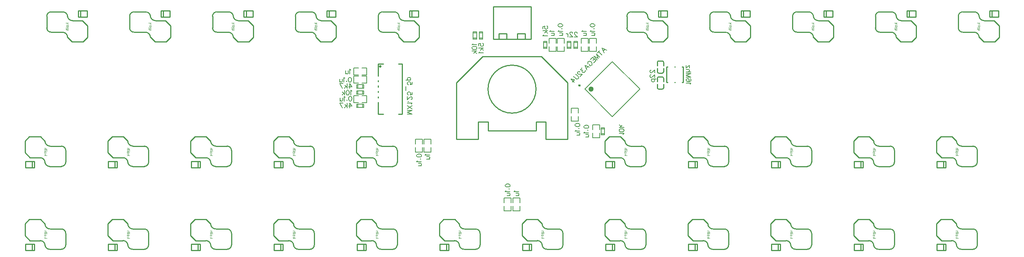
<source format=gbo>
G04 Layer: BottomSilkLayer*
G04 EasyEDA v6.4.25, 2022-01-27T13:57:17+08:00*
G04 c860a57ab6e24c20a85ed983e1d1ab15,3b57db4a37c74da5bb1b5bc11455ab19,10*
G04 Gerber Generator version 0.2*
G04 Scale: 100 percent, Rotated: No, Reflected: No *
G04 Dimensions in inches *
G04 leading zeros omitted , absolute positions ,3 integer and 6 decimal *
%FSLAX36Y36*%
%MOIN*%

%ADD10C,0.0100*%
%ADD24C,0.0236*%
%ADD25C,0.0118*%
%ADD35C,0.0060*%
%ADD36C,0.0079*%
%ADD37C,0.0051*%
%ADD38C,0.0024*%

%LPD*%
D35*
X-1465459Y50412D02*
G01*
X-1445003Y21775D01*
X-1475686Y21775D01*
X-1465459Y50412D02*
G01*
X-1465459Y7458D01*
X-1489185Y50412D02*
G01*
X-1489185Y7458D01*
X-1509639Y36093D02*
G01*
X-1489185Y15639D01*
X-1497368Y23821D02*
G01*
X-1511685Y7458D01*
X-1553822Y50412D02*
G01*
X-1533368Y7458D01*
X-1525186Y50412D02*
G01*
X-1553822Y50412D01*
X-1465459Y-124587D02*
G01*
X-1445003Y-153224D01*
X-1475686Y-153224D01*
X-1465459Y-124587D02*
G01*
X-1465459Y-167541D01*
X-1489185Y-124587D02*
G01*
X-1489185Y-167541D01*
X-1509639Y-138906D02*
G01*
X-1489185Y-159360D01*
X-1497368Y-151178D02*
G01*
X-1511685Y-167541D01*
X-1553822Y-124587D02*
G01*
X-1533368Y-167541D01*
X-1525186Y-124587D02*
G01*
X-1553822Y-124587D01*
X-1445003Y-17770D02*
G01*
X-1449095Y-15724D01*
X-1455231Y-9587D01*
X-1455231Y-52541D01*
X-1481004Y-9587D02*
G01*
X-1474868Y-11633D01*
X-1470776Y-17770D01*
X-1468731Y-27997D01*
X-1468731Y-34133D01*
X-1470776Y-44360D01*
X-1474868Y-50497D01*
X-1481004Y-52541D01*
X-1485095Y-52541D01*
X-1491231Y-50497D01*
X-1495322Y-44360D01*
X-1497368Y-34133D01*
X-1497368Y-27997D01*
X-1495322Y-17770D01*
X-1491231Y-11633D01*
X-1485095Y-9587D01*
X-1481004Y-9587D01*
X-1510868Y-9587D02*
G01*
X-1510868Y-52541D01*
X-1531322Y-23906D02*
G01*
X-1510868Y-44360D01*
X-1519049Y-36178D02*
G01*
X-1533368Y-52541D01*
X-1457277Y-64587D02*
G01*
X-1451140Y-66633D01*
X-1447049Y-72770D01*
X-1445003Y-82997D01*
X-1445003Y-89133D01*
X-1447049Y-99360D01*
X-1451140Y-105497D01*
X-1457277Y-107541D01*
X-1461368Y-107541D01*
X-1467503Y-105497D01*
X-1471595Y-99360D01*
X-1473640Y-89133D01*
X-1473640Y-82997D01*
X-1471595Y-72770D01*
X-1467503Y-66633D01*
X-1461368Y-64587D01*
X-1457277Y-64587D01*
X-1489185Y-97314D02*
G01*
X-1487139Y-99360D01*
X-1489185Y-101406D01*
X-1491231Y-99360D01*
X-1489185Y-97314D01*
X-1504731Y-72770D02*
G01*
X-1508822Y-70724D01*
X-1514958Y-64587D01*
X-1514958Y-107541D01*
X-1528459Y-78906D02*
G01*
X-1528459Y-99360D01*
X-1530504Y-105497D01*
X-1534594Y-107541D01*
X-1540731Y-107541D01*
X-1544822Y-105497D01*
X-1550959Y-99360D01*
X-1550959Y-78906D02*
G01*
X-1550959Y-107541D01*
X-901264Y-224935D02*
G01*
X-944218Y-224935D01*
X-901264Y-224935D02*
G01*
X-944218Y-208571D01*
X-901264Y-192208D02*
G01*
X-944218Y-208571D01*
X-901264Y-192208D02*
G01*
X-944218Y-192208D01*
X-901264Y-178708D02*
G01*
X-944218Y-150072D01*
X-901264Y-150072D02*
G01*
X-944218Y-178708D01*
X-909446Y-136572D02*
G01*
X-907400Y-132480D01*
X-901264Y-126345D01*
X-944218Y-126345D01*
X-933991Y-110799D02*
G01*
X-936037Y-112844D01*
X-938082Y-110799D01*
X-936037Y-108753D01*
X-933991Y-110799D01*
X-911491Y-93209D02*
G01*
X-909446Y-93209D01*
X-905354Y-91163D01*
X-903308Y-89117D01*
X-901264Y-85027D01*
X-901264Y-76844D01*
X-903308Y-72753D01*
X-905354Y-70709D01*
X-909446Y-68663D01*
X-913537Y-68663D01*
X-917628Y-70709D01*
X-923764Y-74800D01*
X-944218Y-95253D01*
X-944218Y-66617D01*
X-901264Y-28571D02*
G01*
X-901264Y-49027D01*
X-919673Y-51071D01*
X-917628Y-49027D01*
X-915582Y-42890D01*
X-915582Y-36754D01*
X-917628Y-30617D01*
X-921718Y-26527D01*
X-927854Y-24481D01*
X-931946Y-24481D01*
X-938082Y-26527D01*
X-942173Y-30617D01*
X-944218Y-36754D01*
X-944218Y-42890D01*
X-942173Y-49027D01*
X-940128Y-51071D01*
X-936037Y-53117D01*
X-958537Y-10981D02*
G01*
X-958537Y25837D01*
X-901264Y63881D02*
G01*
X-901264Y43427D01*
X-919673Y41381D01*
X-917628Y43427D01*
X-915582Y49564D01*
X-915582Y55700D01*
X-917628Y61837D01*
X-921718Y65927D01*
X-927854Y67973D01*
X-931946Y67973D01*
X-938082Y65927D01*
X-942173Y61837D01*
X-944218Y55700D01*
X-944218Y49564D01*
X-942173Y43427D01*
X-940128Y41381D01*
X-936037Y39337D01*
X-915582Y81473D02*
G01*
X-958537Y81473D01*
X-921718Y81473D02*
G01*
X-917628Y85563D01*
X-915582Y89655D01*
X-915582Y95790D01*
X-917628Y99882D01*
X-921718Y103973D01*
X-927854Y106019D01*
X-931946Y106019D01*
X-938082Y103973D01*
X-942173Y99882D01*
X-944218Y95790D01*
X-944218Y89655D01*
X-942173Y85563D01*
X-938082Y81473D01*
X-777227Y-585000D02*
G01*
X-779273Y-589090D01*
X-785408Y-595226D01*
X-742454Y-595226D01*
X-771091Y-608726D02*
G01*
X-750636Y-608726D01*
X-744499Y-610772D01*
X-742454Y-614863D01*
X-742454Y-620999D01*
X-744499Y-625090D01*
X-750636Y-631226D01*
X-771091Y-631226D02*
G01*
X-742454Y-631226D01*
X-860408Y-597273D02*
G01*
X-858364Y-591136D01*
X-852227Y-587044D01*
X-841999Y-585000D01*
X-835864Y-585000D01*
X-825636Y-587044D01*
X-819499Y-591136D01*
X-817454Y-597273D01*
X-817454Y-601363D01*
X-819499Y-607500D01*
X-825636Y-611590D01*
X-835864Y-613636D01*
X-841999Y-613636D01*
X-852227Y-611590D01*
X-858364Y-607500D01*
X-860408Y-601363D01*
X-860408Y-597273D01*
X-827682Y-629182D02*
G01*
X-825636Y-627136D01*
X-823591Y-629182D01*
X-825636Y-631226D01*
X-827682Y-629182D01*
X-852227Y-644726D02*
G01*
X-854273Y-648818D01*
X-860408Y-654954D01*
X-817454Y-654954D01*
X-846091Y-668454D02*
G01*
X-825636Y-668454D01*
X-819499Y-670500D01*
X-817454Y-674591D01*
X-817454Y-680727D01*
X-819499Y-684818D01*
X-825636Y-690954D01*
X-846091Y-690954D02*
G01*
X-817454Y-690954D01*
X27772Y-915000D02*
G01*
X25726Y-919090D01*
X19591Y-925226D01*
X62545Y-925226D01*
X33908Y-938726D02*
G01*
X54363Y-938726D01*
X60500Y-940772D01*
X62545Y-944863D01*
X62545Y-950999D01*
X60500Y-955090D01*
X54363Y-961226D01*
X33908Y-961226D02*
G01*
X62545Y-961226D01*
X-60408Y-867273D02*
G01*
X-58364Y-861136D01*
X-52227Y-857044D01*
X-41999Y-855000D01*
X-35864Y-855000D01*
X-25636Y-857044D01*
X-19499Y-861136D01*
X-17454Y-867273D01*
X-17454Y-871363D01*
X-19499Y-877500D01*
X-25636Y-881590D01*
X-35864Y-883636D01*
X-41999Y-883636D01*
X-52227Y-881590D01*
X-58364Y-877500D01*
X-60408Y-871363D01*
X-60408Y-867273D01*
X-27682Y-899182D02*
G01*
X-25636Y-897136D01*
X-23591Y-899182D01*
X-25636Y-901226D01*
X-27682Y-899182D01*
X-52227Y-914726D02*
G01*
X-54273Y-918818D01*
X-60408Y-924954D01*
X-17454Y-924954D01*
X-46091Y-938454D02*
G01*
X-25636Y-938454D01*
X-19499Y-940500D01*
X-17454Y-944591D01*
X-17454Y-950727D01*
X-19499Y-954818D01*
X-25636Y-960954D01*
X-46091Y-960954D02*
G01*
X-17454Y-960954D01*
X-1454293Y172844D02*
G01*
X-1458384Y174890D01*
X-1464520Y181026D01*
X-1464520Y138072D01*
X-1478020Y166707D02*
G01*
X-1478020Y146253D01*
X-1480066Y140117D01*
X-1484157Y138072D01*
X-1490293Y138072D01*
X-1494384Y140117D01*
X-1500520Y146253D01*
X-1500520Y166707D02*
G01*
X-1500520Y138072D01*
X-1461566Y106026D02*
G01*
X-1455429Y103980D01*
X-1451338Y97844D01*
X-1449293Y87617D01*
X-1449293Y81480D01*
X-1451338Y71253D01*
X-1455429Y65117D01*
X-1461566Y63072D01*
X-1465657Y63072D01*
X-1471793Y65117D01*
X-1475884Y71253D01*
X-1477929Y81480D01*
X-1477929Y87617D01*
X-1475884Y97844D01*
X-1471793Y103980D01*
X-1465657Y106026D01*
X-1461566Y106026D01*
X-1493474Y73299D02*
G01*
X-1491428Y71253D01*
X-1493474Y69207D01*
X-1495520Y71253D01*
X-1493474Y73299D01*
X-1509020Y97844D02*
G01*
X-1513110Y99890D01*
X-1519248Y106026D01*
X-1519248Y63072D01*
X-1532748Y91707D02*
G01*
X-1532748Y71253D01*
X-1534792Y65117D01*
X-1538883Y63072D01*
X-1545020Y63072D01*
X-1549111Y65117D01*
X-1555248Y71253D01*
X-1555248Y91707D02*
G01*
X-1555248Y63072D01*
X-300408Y390455D02*
G01*
X-300408Y410909D01*
X-281999Y412955D01*
X-284045Y410909D01*
X-286091Y404773D01*
X-286091Y398636D01*
X-284045Y392500D01*
X-279954Y388409D01*
X-273818Y386363D01*
X-269727Y386363D01*
X-263591Y388409D01*
X-259499Y392500D01*
X-257454Y398636D01*
X-257454Y404773D01*
X-259499Y410909D01*
X-261545Y412955D01*
X-265636Y415000D01*
X-300408Y372863D02*
G01*
X-257454Y372863D01*
X-286091Y352409D02*
G01*
X-265636Y372863D01*
X-273818Y364682D02*
G01*
X-257454Y350363D01*
X-292227Y336864D02*
G01*
X-294273Y332773D01*
X-300408Y326635D01*
X-257454Y326635D01*
X-352227Y410000D02*
G01*
X-354273Y405909D01*
X-360408Y399773D01*
X-317454Y399773D01*
X-360408Y374000D02*
G01*
X-358364Y380136D01*
X-352227Y384227D01*
X-341999Y386273D01*
X-335864Y386273D01*
X-325636Y384227D01*
X-319499Y380136D01*
X-317454Y374000D01*
X-317454Y369909D01*
X-319499Y363773D01*
X-325636Y359682D01*
X-335864Y357636D01*
X-341999Y357636D01*
X-352227Y359682D01*
X-358364Y363773D01*
X-360408Y369909D01*
X-360408Y374000D01*
X-360408Y344135D02*
G01*
X-317454Y344135D01*
X-346091Y323681D02*
G01*
X-325636Y344135D01*
X-333818Y335954D02*
G01*
X-317454Y321635D01*
X279591Y545455D02*
G01*
X279591Y565909D01*
X298000Y567955D01*
X295954Y565909D01*
X293908Y559773D01*
X293908Y553636D01*
X295954Y547500D01*
X300045Y543409D01*
X306181Y541363D01*
X310272Y541363D01*
X316408Y543409D01*
X320500Y547500D01*
X322545Y553636D01*
X322545Y559773D01*
X320500Y565909D01*
X318454Y567955D01*
X314363Y570000D01*
X279591Y527863D02*
G01*
X322545Y527863D01*
X293908Y507409D02*
G01*
X314363Y527863D01*
X306181Y519682D02*
G01*
X322545Y505363D01*
X287772Y491864D02*
G01*
X285726Y487773D01*
X279591Y481635D01*
X322545Y481635D01*
X347772Y530000D02*
G01*
X345726Y525909D01*
X339591Y519773D01*
X382545Y519773D01*
X353908Y506273D02*
G01*
X374363Y506273D01*
X380500Y504227D01*
X382545Y500136D01*
X382545Y494000D01*
X380500Y489909D01*
X374363Y483773D01*
X353908Y483773D02*
G01*
X382545Y483773D01*
X414591Y577726D02*
G01*
X416635Y583863D01*
X422772Y587955D01*
X433000Y590000D01*
X439135Y590000D01*
X449363Y587955D01*
X455500Y583863D01*
X457545Y577726D01*
X457545Y573636D01*
X455500Y567500D01*
X449363Y563409D01*
X439135Y561363D01*
X433000Y561363D01*
X422772Y563409D01*
X416635Y567500D01*
X414591Y573636D01*
X414591Y577726D01*
X447317Y545817D02*
G01*
X449363Y547863D01*
X451408Y545817D01*
X449363Y543773D01*
X447317Y545817D01*
X422772Y530273D02*
G01*
X420726Y526181D01*
X414591Y520045D01*
X457545Y520045D01*
X428908Y506545D02*
G01*
X449363Y506545D01*
X455500Y504499D01*
X457545Y500408D01*
X457545Y494272D01*
X455500Y490181D01*
X449363Y484045D01*
X428908Y484045D02*
G01*
X457545Y484045D01*
X587955Y505181D02*
G01*
X587955Y507227D01*
X585909Y511318D01*
X583863Y513364D01*
X579772Y515408D01*
X571590Y515408D01*
X567500Y513364D01*
X565455Y511318D01*
X563409Y507227D01*
X563409Y503135D01*
X565455Y499045D01*
X569544Y492908D01*
X590000Y472454D01*
X561363Y472454D01*
X545817Y505181D02*
G01*
X545817Y507227D01*
X543773Y511318D01*
X541727Y513364D01*
X537635Y515408D01*
X529454Y515408D01*
X525363Y513364D01*
X523317Y511318D01*
X521273Y507227D01*
X521273Y503135D01*
X523317Y499045D01*
X527408Y492908D01*
X547863Y472454D01*
X519227Y472454D01*
X505726Y501091D02*
G01*
X505726Y472454D01*
X505726Y488818D02*
G01*
X503681Y494954D01*
X499591Y499045D01*
X495500Y501091D01*
X489363Y501091D01*
X637772Y530000D02*
G01*
X635726Y525909D01*
X629591Y519773D01*
X672545Y519773D01*
X643908Y506273D02*
G01*
X664363Y506273D01*
X670500Y504227D01*
X672545Y500136D01*
X672545Y494000D01*
X670500Y489909D01*
X664363Y483773D01*
X643908Y483773D02*
G01*
X672545Y483773D01*
X704591Y577726D02*
G01*
X706635Y583863D01*
X712772Y587955D01*
X723000Y590000D01*
X729135Y590000D01*
X739363Y587955D01*
X745500Y583863D01*
X747545Y577726D01*
X747545Y573636D01*
X745500Y567500D01*
X739363Y563409D01*
X729135Y561363D01*
X723000Y561363D01*
X712772Y563409D01*
X706635Y567500D01*
X704591Y573636D01*
X704591Y577726D01*
X737317Y545817D02*
G01*
X739363Y547863D01*
X741408Y545817D01*
X739363Y543773D01*
X737317Y545817D01*
X712772Y530273D02*
G01*
X710726Y526181D01*
X704591Y520045D01*
X747545Y520045D01*
X718908Y506545D02*
G01*
X739363Y506545D01*
X745500Y504499D01*
X747545Y500408D01*
X747545Y494272D01*
X745500Y490181D01*
X739363Y484045D01*
X718908Y484045D02*
G01*
X747545Y484045D01*
X811319Y370538D02*
G01*
X853263Y351736D01*
X811319Y370538D02*
G01*
X830122Y328593D01*
X838800Y357521D02*
G01*
X824336Y343056D01*
X780078Y339297D02*
G01*
X810451Y308924D01*
X790203Y349421D02*
G01*
X769953Y329171D01*
X760407Y319627D02*
G01*
X790781Y289252D01*
X760407Y319627D02*
G01*
X779210Y277681D01*
X737267Y296485D02*
G01*
X779210Y277681D01*
X737267Y296485D02*
G01*
X767640Y266111D01*
X727721Y286939D02*
G01*
X758094Y256565D01*
X727721Y286939D02*
G01*
X708917Y268135D01*
X742183Y272474D02*
G01*
X730612Y260905D01*
X758094Y256565D02*
G01*
X739291Y237762D01*
X684908Y229663D02*
G01*
X683461Y234002D01*
X683461Y239787D01*
X684908Y244126D01*
X690693Y249911D01*
X695032Y251359D01*
X700819Y251359D01*
X705158Y249911D01*
X710942Y247020D01*
X718175Y239787D01*
X721067Y234002D01*
X722514Y229663D01*
X722514Y223877D01*
X721067Y219538D01*
X715281Y213753D01*
X710942Y212307D01*
X705158Y212307D01*
X700819Y213753D01*
X696480Y218092D01*
X703710Y225324D02*
G01*
X696480Y218092D01*
X656559Y215778D02*
G01*
X698503Y196975D01*
X656559Y215778D02*
G01*
X675362Y173834D01*
X684040Y202761D02*
G01*
X669576Y188297D01*
X632550Y191768D02*
G01*
X616640Y175859D01*
X636889Y172966D01*
X632550Y168627D01*
X631103Y164288D01*
X631103Y161395D01*
X633996Y155610D01*
X636889Y152717D01*
X642674Y149823D01*
X648460Y149823D01*
X654245Y152717D01*
X658584Y157056D01*
X661477Y162842D01*
X661477Y165734D01*
X660030Y170073D01*
X611433Y156188D02*
G01*
X609987Y157635D01*
X605648Y159081D01*
X602755Y159081D01*
X598416Y157635D01*
X592631Y151849D01*
X591184Y147510D01*
X591184Y144618D01*
X592631Y140279D01*
X595523Y137386D01*
X599862Y135938D01*
X607094Y134493D01*
X636021Y134493D01*
X615772Y114243D01*
X575853Y135072D02*
G01*
X597548Y113375D01*
X600441Y107591D01*
X600441Y101806D01*
X597548Y96019D01*
X594655Y93126D01*
X588870Y90235D01*
X583085Y90235D01*
X577299Y93126D01*
X555604Y114823D01*
X531594Y90812D02*
G01*
X566307Y85028D01*
X544611Y63332D01*
X531594Y90812D02*
G01*
X561968Y60439D01*
X1607226Y45000D02*
G01*
X1609272Y49090D01*
X1615408Y55226D01*
X1572455Y55226D01*
X1609272Y93272D02*
G01*
X1613364Y91226D01*
X1615408Y85091D01*
X1615408Y80999D01*
X1613364Y74864D01*
X1607226Y70772D01*
X1596999Y68726D01*
X1586772Y68726D01*
X1578590Y70772D01*
X1574499Y74864D01*
X1572455Y80999D01*
X1572455Y83045D01*
X1574499Y89182D01*
X1578590Y93272D01*
X1584726Y95318D01*
X1586772Y95318D01*
X1592908Y93272D01*
X1596999Y89182D01*
X1599044Y83045D01*
X1599044Y80999D01*
X1596999Y74864D01*
X1592908Y70772D01*
X1586772Y68726D01*
X1615408Y108818D02*
G01*
X1572455Y108818D01*
X1615408Y108818D02*
G01*
X1572455Y125181D01*
X1615408Y141545D02*
G01*
X1572455Y125181D01*
X1615408Y141545D02*
G01*
X1572455Y141545D01*
X1615408Y155045D02*
G01*
X1572455Y155045D01*
X1592908Y155045D02*
G01*
X1599044Y161181D01*
X1601090Y165273D01*
X1601090Y171408D01*
X1599044Y175500D01*
X1592908Y177545D01*
X1572455Y177545D01*
X1601090Y213544D02*
G01*
X1572455Y191044D01*
X1601090Y191044D02*
G01*
X1601090Y213544D01*
X1572455Y191044D02*
G01*
X1572455Y213544D01*
X1254817Y172955D02*
G01*
X1252772Y172955D01*
X1248681Y170909D01*
X1246635Y168863D01*
X1244591Y164773D01*
X1244591Y156590D01*
X1246635Y152500D01*
X1248681Y150455D01*
X1252772Y148409D01*
X1256863Y148409D01*
X1260954Y150455D01*
X1267091Y154544D01*
X1287545Y175000D01*
X1287545Y146363D01*
X1254817Y130817D02*
G01*
X1252772Y130817D01*
X1248681Y128773D01*
X1246635Y126727D01*
X1244591Y122636D01*
X1244591Y114454D01*
X1246635Y110363D01*
X1248681Y108317D01*
X1252772Y106273D01*
X1256863Y106273D01*
X1260954Y108317D01*
X1267091Y112409D01*
X1287545Y132863D01*
X1287545Y104227D01*
X1258908Y90727D02*
G01*
X1301863Y90727D01*
X1265045Y90727D02*
G01*
X1260954Y86635D01*
X1258908Y82545D01*
X1258908Y76408D01*
X1260954Y72318D01*
X1265045Y68227D01*
X1271181Y66181D01*
X1275272Y66181D01*
X1281408Y68227D01*
X1285500Y72318D01*
X1287545Y76408D01*
X1287545Y82545D01*
X1285500Y86635D01*
X1281408Y90727D01*
X569591Y-322273D02*
G01*
X571635Y-316136D01*
X577772Y-312044D01*
X588000Y-310000D01*
X594135Y-310000D01*
X604363Y-312044D01*
X610500Y-316136D01*
X612545Y-322273D01*
X612545Y-326363D01*
X610500Y-332500D01*
X604363Y-336590D01*
X594135Y-338636D01*
X588000Y-338636D01*
X577772Y-336590D01*
X571635Y-332500D01*
X569591Y-326363D01*
X569591Y-322273D01*
X602317Y-354182D02*
G01*
X604363Y-352136D01*
X606408Y-354182D01*
X604363Y-356226D01*
X602317Y-354182D01*
X577772Y-369726D02*
G01*
X575726Y-373818D01*
X569591Y-379954D01*
X612545Y-379954D01*
X583908Y-393454D02*
G01*
X604363Y-393454D01*
X610500Y-395500D01*
X612545Y-399591D01*
X612545Y-405727D01*
X610500Y-409818D01*
X604363Y-415954D01*
X583908Y-415954D02*
G01*
X612545Y-415954D01*
X649591Y-337273D02*
G01*
X651635Y-331136D01*
X657772Y-327044D01*
X668000Y-325000D01*
X674135Y-325000D01*
X684363Y-327044D01*
X690500Y-331136D01*
X692545Y-337273D01*
X692545Y-341363D01*
X690500Y-347500D01*
X684363Y-351590D01*
X674135Y-353636D01*
X668000Y-353636D01*
X657772Y-351590D01*
X651635Y-347500D01*
X649591Y-341363D01*
X649591Y-337273D01*
X682317Y-369182D02*
G01*
X684363Y-367136D01*
X686408Y-369182D01*
X684363Y-371226D01*
X682317Y-369182D01*
X657772Y-384726D02*
G01*
X655726Y-388818D01*
X649591Y-394954D01*
X692545Y-394954D01*
X663908Y-408454D02*
G01*
X684363Y-408454D01*
X690500Y-410500D01*
X692545Y-414591D01*
X692545Y-420727D01*
X690500Y-424818D01*
X684363Y-430954D01*
X663908Y-430954D02*
G01*
X692545Y-430954D01*
X1002226Y-410000D02*
G01*
X1004272Y-405909D01*
X1010408Y-399773D01*
X967454Y-399773D01*
X1010408Y-374000D02*
G01*
X1008364Y-380135D01*
X1002226Y-384227D01*
X991999Y-386273D01*
X985864Y-386273D01*
X975635Y-384227D01*
X969499Y-380135D01*
X967454Y-374000D01*
X967454Y-369908D01*
X969499Y-363773D01*
X975635Y-359681D01*
X985864Y-357635D01*
X991999Y-357635D01*
X1002226Y-359681D01*
X1008364Y-363773D01*
X1010408Y-369908D01*
X1010408Y-374000D01*
X1010408Y-344135D02*
G01*
X967454Y-344135D01*
X996090Y-323681D02*
G01*
X975635Y-344135D01*
X983818Y-335954D02*
G01*
X967454Y-321635D01*
D38*
X-4028627Y597595D02*
G01*
X-4006078Y597595D01*
X-4021111Y586858D02*
G01*
X-4010374Y597595D01*
X-4014669Y593301D02*
G01*
X-4006078Y585785D01*
X-4021111Y565814D02*
G01*
X-4006078Y565814D01*
X-4017890Y565814D02*
G01*
X-4020037Y567961D01*
X-4021111Y570109D01*
X-4021111Y573330D01*
X-4020037Y575477D01*
X-4017890Y577624D01*
X-4014669Y578697D01*
X-4012521Y578697D01*
X-4009300Y577624D01*
X-4007152Y575477D01*
X-4006078Y573330D01*
X-4006078Y570109D01*
X-4007152Y567961D01*
X-4009300Y565814D01*
X-4028627Y558726D02*
G01*
X-4027553Y557653D01*
X-4028627Y556579D01*
X-4029701Y557653D01*
X-4028627Y558726D01*
X-4021111Y557653D02*
G01*
X-4006078Y557653D01*
X-4028627Y549493D02*
G01*
X-4006078Y549493D01*
X-4028627Y542406D02*
G01*
X-4006078Y542406D01*
X-4016815Y542406D02*
G01*
X-4020037Y539185D01*
X-4021111Y537038D01*
X-4021111Y533816D01*
X-4020037Y531669D01*
X-4016815Y530594D01*
X-4006078Y530594D01*
X-3280596Y597595D02*
G01*
X-3258047Y597595D01*
X-3273080Y586858D02*
G01*
X-3262343Y597595D01*
X-3266638Y593301D02*
G01*
X-3258047Y585785D01*
X-3273080Y565814D02*
G01*
X-3258047Y565814D01*
X-3269859Y565814D02*
G01*
X-3272006Y567961D01*
X-3273080Y570109D01*
X-3273080Y573330D01*
X-3272006Y575477D01*
X-3269859Y577624D01*
X-3266638Y578697D01*
X-3264490Y578697D01*
X-3261269Y577624D01*
X-3259122Y575477D01*
X-3258047Y573330D01*
X-3258047Y570109D01*
X-3259122Y567961D01*
X-3261269Y565814D01*
X-3280596Y558726D02*
G01*
X-3279522Y557653D01*
X-3280596Y556579D01*
X-3281670Y557653D01*
X-3280596Y558726D01*
X-3273080Y557653D02*
G01*
X-3258047Y557653D01*
X-3280596Y549493D02*
G01*
X-3258047Y549493D01*
X-3280596Y542406D02*
G01*
X-3258047Y542406D01*
X-3268785Y542406D02*
G01*
X-3272006Y539185D01*
X-3273080Y537038D01*
X-3273080Y533816D01*
X-3272006Y531669D01*
X-3268785Y530594D01*
X-3258047Y530594D01*
X-2532564Y597595D02*
G01*
X-2510016Y597595D01*
X-2525048Y586858D02*
G01*
X-2514311Y597595D01*
X-2518606Y593301D02*
G01*
X-2510016Y585785D01*
X-2525048Y565814D02*
G01*
X-2510016Y565814D01*
X-2521827Y565814D02*
G01*
X-2523973Y567961D01*
X-2525048Y570109D01*
X-2525048Y573330D01*
X-2523973Y575477D01*
X-2521827Y577624D01*
X-2518606Y578697D01*
X-2516458Y578697D01*
X-2513236Y577624D01*
X-2511090Y575477D01*
X-2510016Y573330D01*
X-2510016Y570109D01*
X-2511090Y567961D01*
X-2513236Y565814D01*
X-2532564Y558726D02*
G01*
X-2531490Y557653D01*
X-2532564Y556579D01*
X-2533638Y557653D01*
X-2532564Y558726D01*
X-2525048Y557653D02*
G01*
X-2510016Y557653D01*
X-2532564Y549493D02*
G01*
X-2510016Y549493D01*
X-2532564Y542406D02*
G01*
X-2510016Y542406D01*
X-2520753Y542406D02*
G01*
X-2523973Y539185D01*
X-2525048Y537038D01*
X-2525048Y533816D01*
X-2523973Y531669D01*
X-2520753Y530594D01*
X-2510016Y530594D01*
X-1784533Y597595D02*
G01*
X-1761985Y597595D01*
X-1777017Y586858D02*
G01*
X-1766280Y597595D01*
X-1770574Y593301D02*
G01*
X-1761985Y585785D01*
X-1777017Y565814D02*
G01*
X-1761985Y565814D01*
X-1773796Y565814D02*
G01*
X-1775943Y567961D01*
X-1777017Y570109D01*
X-1777017Y573330D01*
X-1775943Y575477D01*
X-1773796Y577624D01*
X-1770574Y578697D01*
X-1768427Y578697D01*
X-1765205Y577624D01*
X-1763059Y575477D01*
X-1761985Y573330D01*
X-1761985Y570109D01*
X-1763059Y567961D01*
X-1765205Y565814D01*
X-1784533Y558726D02*
G01*
X-1783459Y557653D01*
X-1784533Y556579D01*
X-1785607Y557653D01*
X-1784533Y558726D01*
X-1777017Y557653D02*
G01*
X-1761985Y557653D01*
X-1784533Y549493D02*
G01*
X-1761985Y549493D01*
X-1784533Y542406D02*
G01*
X-1761985Y542406D01*
X-1772722Y542406D02*
G01*
X-1775943Y539185D01*
X-1777017Y537038D01*
X-1777017Y533816D01*
X-1775943Y531669D01*
X-1772722Y530594D01*
X-1761985Y530594D01*
X-1036500Y597595D02*
G01*
X-1013953Y597595D01*
X-1028985Y586858D02*
G01*
X-1018248Y597595D01*
X-1022543Y593301D02*
G01*
X-1013953Y585785D01*
X-1028985Y565814D02*
G01*
X-1013953Y565814D01*
X-1025763Y565814D02*
G01*
X-1027911Y567961D01*
X-1028985Y570109D01*
X-1028985Y573330D01*
X-1027911Y575477D01*
X-1025763Y577624D01*
X-1022543Y578697D01*
X-1020394Y578697D01*
X-1017174Y577624D01*
X-1015027Y575477D01*
X-1013953Y573330D01*
X-1013953Y570109D01*
X-1015027Y567961D01*
X-1017174Y565814D01*
X-1036500Y558726D02*
G01*
X-1035426Y557653D01*
X-1036500Y556579D01*
X-1037575Y557653D01*
X-1036500Y558726D01*
X-1028985Y557653D02*
G01*
X-1013953Y557653D01*
X-1036500Y549493D02*
G01*
X-1013953Y549493D01*
X-1036500Y542406D02*
G01*
X-1013953Y542406D01*
X-1024690Y542406D02*
G01*
X-1027911Y539185D01*
X-1028985Y537038D01*
X-1028985Y533816D01*
X-1027911Y531669D01*
X-1024690Y530594D01*
X-1013953Y530594D01*
X1207592Y597595D02*
G01*
X1230140Y597595D01*
X1215108Y586858D02*
G01*
X1225846Y597595D01*
X1221550Y593301D02*
G01*
X1230140Y585785D01*
X1215108Y565814D02*
G01*
X1230140Y565814D01*
X1218329Y565814D02*
G01*
X1216183Y567961D01*
X1215108Y570109D01*
X1215108Y573330D01*
X1216183Y575477D01*
X1218329Y577624D01*
X1221550Y578697D01*
X1223698Y578697D01*
X1226920Y577624D01*
X1229066Y575477D01*
X1230140Y573330D01*
X1230140Y570109D01*
X1229066Y567961D01*
X1226920Y565814D01*
X1207592Y558726D02*
G01*
X1208666Y557653D01*
X1207592Y556579D01*
X1206518Y557653D01*
X1207592Y558726D01*
X1215108Y557653D02*
G01*
X1230140Y557653D01*
X1207592Y549493D02*
G01*
X1230140Y549493D01*
X1207592Y542406D02*
G01*
X1230140Y542406D01*
X1219403Y542406D02*
G01*
X1216183Y539185D01*
X1215108Y537038D01*
X1215108Y533816D01*
X1216183Y531669D01*
X1219403Y530594D01*
X1230140Y530594D01*
X1955625Y597595D02*
G01*
X1978172Y597595D01*
X1963140Y586858D02*
G01*
X1973877Y597595D01*
X1969582Y593301D02*
G01*
X1978172Y585785D01*
X1963140Y565814D02*
G01*
X1978172Y565814D01*
X1966361Y565814D02*
G01*
X1964214Y567961D01*
X1963140Y570109D01*
X1963140Y573330D01*
X1964214Y575477D01*
X1966361Y577624D01*
X1969582Y578697D01*
X1971730Y578697D01*
X1974951Y577624D01*
X1977098Y575477D01*
X1978172Y573330D01*
X1978172Y570109D01*
X1977098Y567961D01*
X1974951Y565814D01*
X1955625Y558726D02*
G01*
X1956698Y557653D01*
X1955625Y556579D01*
X1954551Y557653D01*
X1955625Y558726D01*
X1963140Y557653D02*
G01*
X1978172Y557653D01*
X1955625Y549493D02*
G01*
X1978172Y549493D01*
X1955625Y542406D02*
G01*
X1978172Y542406D01*
X1967435Y542406D02*
G01*
X1964214Y539185D01*
X1963140Y537038D01*
X1963140Y533816D01*
X1964214Y531669D01*
X1967435Y530594D01*
X1978172Y530594D01*
X2703656Y597595D02*
G01*
X2726203Y597595D01*
X2711171Y586858D02*
G01*
X2721908Y597595D01*
X2717613Y593301D02*
G01*
X2726203Y585785D01*
X2711171Y565814D02*
G01*
X2726203Y565814D01*
X2714393Y565814D02*
G01*
X2712245Y567961D01*
X2711171Y570109D01*
X2711171Y573330D01*
X2712245Y575477D01*
X2714393Y577624D01*
X2717613Y578697D01*
X2719762Y578697D01*
X2722982Y577624D01*
X2725129Y575477D01*
X2726203Y573330D01*
X2726203Y570109D01*
X2725129Y567961D01*
X2722982Y565814D01*
X2703656Y558726D02*
G01*
X2704729Y557653D01*
X2703656Y556579D01*
X2702581Y557653D01*
X2703656Y558726D01*
X2711171Y557653D02*
G01*
X2726203Y557653D01*
X2703656Y549493D02*
G01*
X2726203Y549493D01*
X2703656Y542406D02*
G01*
X2726203Y542406D01*
X2715466Y542406D02*
G01*
X2712245Y539185D01*
X2711171Y537038D01*
X2711171Y533816D01*
X2712245Y531669D01*
X2715466Y530594D01*
X2726203Y530594D01*
X3451687Y597595D02*
G01*
X3474236Y597595D01*
X3459203Y586858D02*
G01*
X3469940Y597595D01*
X3465645Y593301D02*
G01*
X3474236Y585785D01*
X3459203Y565814D02*
G01*
X3474236Y565814D01*
X3462424Y565814D02*
G01*
X3460277Y567961D01*
X3459203Y570109D01*
X3459203Y573330D01*
X3460277Y575477D01*
X3462424Y577624D01*
X3465645Y578697D01*
X3467793Y578697D01*
X3471014Y577624D01*
X3473161Y575477D01*
X3474236Y573330D01*
X3474236Y570109D01*
X3473161Y567961D01*
X3471014Y565814D01*
X3451687Y558726D02*
G01*
X3452761Y557653D01*
X3451687Y556579D01*
X3450613Y557653D01*
X3451687Y558726D01*
X3459203Y557653D02*
G01*
X3474236Y557653D01*
X3451687Y549493D02*
G01*
X3474236Y549493D01*
X3451687Y542406D02*
G01*
X3474236Y542406D01*
X3463499Y542406D02*
G01*
X3460277Y539185D01*
X3459203Y537038D01*
X3459203Y533816D01*
X3460277Y531669D01*
X3463499Y530594D01*
X3474236Y530594D01*
X4199718Y597595D02*
G01*
X4222267Y597595D01*
X4207235Y586858D02*
G01*
X4217972Y597595D01*
X4213676Y593301D02*
G01*
X4222267Y585785D01*
X4207235Y565814D02*
G01*
X4222267Y565814D01*
X4210455Y565814D02*
G01*
X4208308Y567961D01*
X4207235Y570109D01*
X4207235Y573330D01*
X4208308Y575477D01*
X4210455Y577624D01*
X4213676Y578697D01*
X4215824Y578697D01*
X4219045Y577624D01*
X4221192Y575477D01*
X4222267Y573330D01*
X4222267Y570109D01*
X4221192Y567961D01*
X4219045Y565814D01*
X4199718Y558726D02*
G01*
X4200792Y557653D01*
X4199718Y556579D01*
X4198644Y557653D01*
X4199718Y558726D01*
X4207235Y557653D02*
G01*
X4222267Y557653D01*
X4199718Y549493D02*
G01*
X4222267Y549493D01*
X4199718Y542406D02*
G01*
X4222267Y542406D01*
X4211529Y542406D02*
G01*
X4208308Y539185D01*
X4207235Y537038D01*
X4207235Y533816D01*
X4208308Y531669D01*
X4211529Y530594D01*
X4222267Y530594D01*
X-4199719Y-597595D02*
G01*
X-4222267Y-597595D01*
X-4207235Y-586858D02*
G01*
X-4217972Y-597595D01*
X-4213677Y-593301D02*
G01*
X-4222267Y-585785D01*
X-4207235Y-565814D02*
G01*
X-4222267Y-565814D01*
X-4210456Y-565814D02*
G01*
X-4208308Y-567961D01*
X-4207235Y-570108D01*
X-4207235Y-573330D01*
X-4208308Y-575477D01*
X-4210456Y-577624D01*
X-4213677Y-578697D01*
X-4215825Y-578697D01*
X-4219045Y-577624D01*
X-4221193Y-575477D01*
X-4222267Y-573330D01*
X-4222267Y-570108D01*
X-4221193Y-567961D01*
X-4219045Y-565814D01*
X-4199719Y-558726D02*
G01*
X-4200793Y-557653D01*
X-4199719Y-556579D01*
X-4198645Y-557653D01*
X-4199719Y-558726D01*
X-4207235Y-557653D02*
G01*
X-4222267Y-557653D01*
X-4199719Y-549492D02*
G01*
X-4222267Y-549492D01*
X-4199719Y-542406D02*
G01*
X-4222267Y-542406D01*
X-4211530Y-542406D02*
G01*
X-4208308Y-539184D01*
X-4207235Y-537037D01*
X-4207235Y-533816D01*
X-4208308Y-531669D01*
X-4211530Y-530594D01*
X-4222267Y-530594D01*
X-3451688Y-597595D02*
G01*
X-3474236Y-597595D01*
X-3459203Y-586858D02*
G01*
X-3469940Y-597595D01*
X-3465646Y-593301D02*
G01*
X-3474236Y-585785D01*
X-3459203Y-565814D02*
G01*
X-3474236Y-565814D01*
X-3462425Y-565814D02*
G01*
X-3460277Y-567961D01*
X-3459203Y-570108D01*
X-3459203Y-573330D01*
X-3460277Y-575477D01*
X-3462425Y-577624D01*
X-3465646Y-578697D01*
X-3467794Y-578697D01*
X-3471015Y-577624D01*
X-3473162Y-575477D01*
X-3474236Y-573330D01*
X-3474236Y-570108D01*
X-3473162Y-567961D01*
X-3471015Y-565814D01*
X-3451688Y-558726D02*
G01*
X-3452762Y-557653D01*
X-3451688Y-556579D01*
X-3450614Y-557653D01*
X-3451688Y-558726D01*
X-3459203Y-557653D02*
G01*
X-3474236Y-557653D01*
X-3451688Y-549492D02*
G01*
X-3474236Y-549492D01*
X-3451688Y-542406D02*
G01*
X-3474236Y-542406D01*
X-3463499Y-542406D02*
G01*
X-3460277Y-539184D01*
X-3459203Y-537037D01*
X-3459203Y-533816D01*
X-3460277Y-531669D01*
X-3463499Y-530594D01*
X-3474236Y-530594D01*
X-2703656Y-597595D02*
G01*
X-2726204Y-597595D01*
X-2711172Y-586858D02*
G01*
X-2721909Y-597595D01*
X-2717614Y-593301D02*
G01*
X-2726204Y-585785D01*
X-2711172Y-565814D02*
G01*
X-2726204Y-565814D01*
X-2714393Y-565814D02*
G01*
X-2712246Y-567961D01*
X-2711172Y-570108D01*
X-2711172Y-573330D01*
X-2712246Y-575477D01*
X-2714393Y-577624D01*
X-2717614Y-578697D01*
X-2719762Y-578697D01*
X-2722983Y-577624D01*
X-2725129Y-575477D01*
X-2726204Y-573330D01*
X-2726204Y-570108D01*
X-2725129Y-567961D01*
X-2722983Y-565814D01*
X-2703656Y-558726D02*
G01*
X-2704729Y-557653D01*
X-2703656Y-556579D01*
X-2702582Y-557653D01*
X-2703656Y-558726D01*
X-2711172Y-557653D02*
G01*
X-2726204Y-557653D01*
X-2703656Y-549492D02*
G01*
X-2726204Y-549492D01*
X-2703656Y-542406D02*
G01*
X-2726204Y-542406D01*
X-2715466Y-542406D02*
G01*
X-2712246Y-539184D01*
X-2711172Y-537037D01*
X-2711172Y-533816D01*
X-2712246Y-531669D01*
X-2715466Y-530594D01*
X-2726204Y-530594D01*
X-1955625Y-597595D02*
G01*
X-1978173Y-597595D01*
X-1963141Y-586858D02*
G01*
X-1973878Y-597595D01*
X-1969583Y-593301D02*
G01*
X-1978173Y-585785D01*
X-1963141Y-565814D02*
G01*
X-1978173Y-565814D01*
X-1966361Y-565814D02*
G01*
X-1964215Y-567961D01*
X-1963141Y-570108D01*
X-1963141Y-573330D01*
X-1964215Y-575477D01*
X-1966361Y-577624D01*
X-1969583Y-578697D01*
X-1971730Y-578697D01*
X-1974952Y-577624D01*
X-1977098Y-575477D01*
X-1978173Y-573330D01*
X-1978173Y-570108D01*
X-1977098Y-567961D01*
X-1974952Y-565814D01*
X-1955625Y-558726D02*
G01*
X-1956698Y-557653D01*
X-1955625Y-556579D01*
X-1954551Y-557653D01*
X-1955625Y-558726D01*
X-1963141Y-557653D02*
G01*
X-1978173Y-557653D01*
X-1955625Y-549492D02*
G01*
X-1978173Y-549492D01*
X-1955625Y-542406D02*
G01*
X-1978173Y-542406D01*
X-1967436Y-542406D02*
G01*
X-1964215Y-539184D01*
X-1963141Y-537037D01*
X-1963141Y-533816D01*
X-1964215Y-531669D01*
X-1967436Y-530594D01*
X-1978173Y-530594D01*
X-1207593Y-597595D02*
G01*
X-1230141Y-597595D01*
X-1215109Y-586858D02*
G01*
X-1225846Y-597595D01*
X-1221550Y-593301D02*
G01*
X-1230141Y-585785D01*
X-1215109Y-565814D02*
G01*
X-1230141Y-565814D01*
X-1218330Y-565814D02*
G01*
X-1216183Y-567961D01*
X-1215109Y-570108D01*
X-1215109Y-573330D01*
X-1216183Y-575477D01*
X-1218330Y-577624D01*
X-1221550Y-578697D01*
X-1223699Y-578697D01*
X-1226920Y-577624D01*
X-1229067Y-575477D01*
X-1230141Y-573330D01*
X-1230141Y-570108D01*
X-1229067Y-567961D01*
X-1226920Y-565814D01*
X-1207593Y-558726D02*
G01*
X-1208667Y-557653D01*
X-1207593Y-556579D01*
X-1206518Y-557653D01*
X-1207593Y-558726D01*
X-1215109Y-557653D02*
G01*
X-1230141Y-557653D01*
X-1207593Y-549492D02*
G01*
X-1230141Y-549492D01*
X-1207593Y-542406D02*
G01*
X-1230141Y-542406D01*
X-1219404Y-542406D02*
G01*
X-1216183Y-539184D01*
X-1215109Y-537037D01*
X-1215109Y-533816D01*
X-1216183Y-531669D01*
X-1219404Y-530594D01*
X-1230141Y-530594D01*
X1036500Y-597595D02*
G01*
X1013953Y-597595D01*
X1028984Y-586858D02*
G01*
X1018247Y-597595D01*
X1022542Y-593301D02*
G01*
X1013953Y-585785D01*
X1028984Y-565814D02*
G01*
X1013953Y-565814D01*
X1025763Y-565814D02*
G01*
X1027910Y-567961D01*
X1028984Y-570108D01*
X1028984Y-573330D01*
X1027910Y-575477D01*
X1025763Y-577624D01*
X1022542Y-578697D01*
X1020394Y-578697D01*
X1017173Y-577624D01*
X1015027Y-575477D01*
X1013953Y-573330D01*
X1013953Y-570108D01*
X1015027Y-567961D01*
X1017173Y-565814D01*
X1036500Y-558726D02*
G01*
X1035426Y-557653D01*
X1036500Y-556579D01*
X1037574Y-557653D01*
X1036500Y-558726D01*
X1028984Y-557653D02*
G01*
X1013953Y-557653D01*
X1036500Y-549492D02*
G01*
X1013953Y-549492D01*
X1036500Y-542406D02*
G01*
X1013953Y-542406D01*
X1024690Y-542406D02*
G01*
X1027910Y-539184D01*
X1028984Y-537037D01*
X1028984Y-533816D01*
X1027910Y-531669D01*
X1024690Y-530594D01*
X1013953Y-530594D01*
X1784533Y-597595D02*
G01*
X1761984Y-597595D01*
X1777016Y-586858D02*
G01*
X1766279Y-597595D01*
X1770574Y-593301D02*
G01*
X1761984Y-585785D01*
X1777016Y-565814D02*
G01*
X1761984Y-565814D01*
X1773795Y-565814D02*
G01*
X1775942Y-567961D01*
X1777016Y-570108D01*
X1777016Y-573330D01*
X1775942Y-575477D01*
X1773795Y-577624D01*
X1770574Y-578697D01*
X1768427Y-578697D01*
X1765205Y-577624D01*
X1763058Y-575477D01*
X1761984Y-573330D01*
X1761984Y-570108D01*
X1763058Y-567961D01*
X1765205Y-565814D01*
X1784533Y-558726D02*
G01*
X1783458Y-557653D01*
X1784533Y-556579D01*
X1785607Y-557653D01*
X1784533Y-558726D01*
X1777016Y-557653D02*
G01*
X1761984Y-557653D01*
X1784533Y-549492D02*
G01*
X1761984Y-549492D01*
X1784533Y-542406D02*
G01*
X1761984Y-542406D01*
X1772721Y-542406D02*
G01*
X1775942Y-539184D01*
X1777016Y-537037D01*
X1777016Y-533816D01*
X1775942Y-531669D01*
X1772721Y-530594D01*
X1761984Y-530594D01*
X2532563Y-597595D02*
G01*
X2510015Y-597595D01*
X2525047Y-586858D02*
G01*
X2514310Y-597595D01*
X2518606Y-593301D02*
G01*
X2510015Y-585785D01*
X2525047Y-565814D02*
G01*
X2510015Y-565814D01*
X2521826Y-565814D02*
G01*
X2523973Y-567961D01*
X2525047Y-570108D01*
X2525047Y-573330D01*
X2523973Y-575477D01*
X2521826Y-577624D01*
X2518606Y-578697D01*
X2516457Y-578697D01*
X2513236Y-577624D01*
X2511089Y-575477D01*
X2510015Y-573330D01*
X2510015Y-570108D01*
X2511089Y-567961D01*
X2513236Y-565814D01*
X2532563Y-558726D02*
G01*
X2531489Y-557653D01*
X2532563Y-556579D01*
X2533638Y-557653D01*
X2532563Y-558726D01*
X2525047Y-557653D02*
G01*
X2510015Y-557653D01*
X2532563Y-549492D02*
G01*
X2510015Y-549492D01*
X2532563Y-542406D02*
G01*
X2510015Y-542406D01*
X2520752Y-542406D02*
G01*
X2523973Y-539184D01*
X2525047Y-537037D01*
X2525047Y-533816D01*
X2523973Y-531669D01*
X2520752Y-530594D01*
X2510015Y-530594D01*
X3280595Y-597595D02*
G01*
X3258047Y-597595D01*
X3273080Y-586858D02*
G01*
X3262343Y-597595D01*
X3266637Y-593301D02*
G01*
X3258047Y-585785D01*
X3273080Y-565814D02*
G01*
X3258047Y-565814D01*
X3269858Y-565814D02*
G01*
X3272006Y-567961D01*
X3273080Y-570108D01*
X3273080Y-573330D01*
X3272006Y-575477D01*
X3269858Y-577624D01*
X3266637Y-578697D01*
X3264489Y-578697D01*
X3261268Y-577624D01*
X3259121Y-575477D01*
X3258047Y-573330D01*
X3258047Y-570108D01*
X3259121Y-567961D01*
X3261268Y-565814D01*
X3280595Y-558726D02*
G01*
X3279521Y-557653D01*
X3280595Y-556579D01*
X3281669Y-557653D01*
X3280595Y-558726D01*
X3273080Y-557653D02*
G01*
X3258047Y-557653D01*
X3280595Y-549492D02*
G01*
X3258047Y-549492D01*
X3280595Y-542406D02*
G01*
X3258047Y-542406D01*
X3268784Y-542406D02*
G01*
X3272006Y-539184D01*
X3273080Y-537037D01*
X3273080Y-533816D01*
X3272006Y-531669D01*
X3268784Y-530594D01*
X3258047Y-530594D01*
X4028626Y-597595D02*
G01*
X4006078Y-597595D01*
X4021111Y-586858D02*
G01*
X4010374Y-597595D01*
X4014668Y-593301D02*
G01*
X4006078Y-585785D01*
X4021111Y-565814D02*
G01*
X4006078Y-565814D01*
X4017889Y-565814D02*
G01*
X4020036Y-567961D01*
X4021111Y-570108D01*
X4021111Y-573330D01*
X4020036Y-575477D01*
X4017889Y-577624D01*
X4014668Y-578697D01*
X4012520Y-578697D01*
X4009299Y-577624D01*
X4007152Y-575477D01*
X4006078Y-573330D01*
X4006078Y-570108D01*
X4007152Y-567961D01*
X4009299Y-565814D01*
X4028626Y-558726D02*
G01*
X4027552Y-557653D01*
X4028626Y-556579D01*
X4029700Y-557653D01*
X4028626Y-558726D01*
X4021111Y-557653D02*
G01*
X4006078Y-557653D01*
X4028626Y-549492D02*
G01*
X4006078Y-549492D01*
X4028626Y-542406D02*
G01*
X4006078Y-542406D01*
X4016815Y-542406D02*
G01*
X4020036Y-539184D01*
X4021111Y-537037D01*
X4021111Y-533816D01*
X4020036Y-531669D01*
X4016815Y-530594D01*
X4006078Y-530594D01*
X-4199719Y-1345626D02*
G01*
X-4222267Y-1345626D01*
X-4207235Y-1334890D02*
G01*
X-4217972Y-1345626D01*
X-4213677Y-1341331D02*
G01*
X-4222267Y-1333816D01*
X-4207235Y-1313845D02*
G01*
X-4222267Y-1313845D01*
X-4210456Y-1313845D02*
G01*
X-4208308Y-1315992D01*
X-4207235Y-1318139D01*
X-4207235Y-1321361D01*
X-4208308Y-1323508D01*
X-4210456Y-1325655D01*
X-4213677Y-1326729D01*
X-4215825Y-1326729D01*
X-4219045Y-1325655D01*
X-4221193Y-1323508D01*
X-4222267Y-1321361D01*
X-4222267Y-1318139D01*
X-4221193Y-1315992D01*
X-4219045Y-1313845D01*
X-4199719Y-1306757D02*
G01*
X-4200793Y-1305684D01*
X-4199719Y-1304610D01*
X-4198645Y-1305684D01*
X-4199719Y-1306757D01*
X-4207235Y-1305684D02*
G01*
X-4222267Y-1305684D01*
X-4199719Y-1297523D02*
G01*
X-4222267Y-1297523D01*
X-4199719Y-1290437D02*
G01*
X-4222267Y-1290437D01*
X-4211530Y-1290437D02*
G01*
X-4208308Y-1287215D01*
X-4207235Y-1285068D01*
X-4207235Y-1281846D01*
X-4208308Y-1279699D01*
X-4211530Y-1278625D01*
X-4222267Y-1278625D01*
X-3451688Y-1345626D02*
G01*
X-3474236Y-1345626D01*
X-3459203Y-1334890D02*
G01*
X-3469940Y-1345626D01*
X-3465646Y-1341331D02*
G01*
X-3474236Y-1333816D01*
X-3459203Y-1313845D02*
G01*
X-3474236Y-1313845D01*
X-3462425Y-1313845D02*
G01*
X-3460277Y-1315992D01*
X-3459203Y-1318139D01*
X-3459203Y-1321361D01*
X-3460277Y-1323508D01*
X-3462425Y-1325655D01*
X-3465646Y-1326729D01*
X-3467794Y-1326729D01*
X-3471015Y-1325655D01*
X-3473162Y-1323508D01*
X-3474236Y-1321361D01*
X-3474236Y-1318139D01*
X-3473162Y-1315992D01*
X-3471015Y-1313845D01*
X-3451688Y-1306757D02*
G01*
X-3452762Y-1305684D01*
X-3451688Y-1304610D01*
X-3450614Y-1305684D01*
X-3451688Y-1306757D01*
X-3459203Y-1305684D02*
G01*
X-3474236Y-1305684D01*
X-3451688Y-1297523D02*
G01*
X-3474236Y-1297523D01*
X-3451688Y-1290437D02*
G01*
X-3474236Y-1290437D01*
X-3463499Y-1290437D02*
G01*
X-3460277Y-1287215D01*
X-3459203Y-1285068D01*
X-3459203Y-1281846D01*
X-3460277Y-1279699D01*
X-3463499Y-1278625D01*
X-3474236Y-1278625D01*
X-2703656Y-1345626D02*
G01*
X-2726204Y-1345626D01*
X-2711172Y-1334890D02*
G01*
X-2721909Y-1345626D01*
X-2717614Y-1341331D02*
G01*
X-2726204Y-1333816D01*
X-2711172Y-1313845D02*
G01*
X-2726204Y-1313845D01*
X-2714393Y-1313845D02*
G01*
X-2712246Y-1315992D01*
X-2711172Y-1318139D01*
X-2711172Y-1321361D01*
X-2712246Y-1323508D01*
X-2714393Y-1325655D01*
X-2717614Y-1326729D01*
X-2719762Y-1326729D01*
X-2722983Y-1325655D01*
X-2725129Y-1323508D01*
X-2726204Y-1321361D01*
X-2726204Y-1318139D01*
X-2725129Y-1315992D01*
X-2722983Y-1313845D01*
X-2703656Y-1306757D02*
G01*
X-2704729Y-1305684D01*
X-2703656Y-1304610D01*
X-2702582Y-1305684D01*
X-2703656Y-1306757D01*
X-2711172Y-1305684D02*
G01*
X-2726204Y-1305684D01*
X-2703656Y-1297523D02*
G01*
X-2726204Y-1297523D01*
X-2703656Y-1290437D02*
G01*
X-2726204Y-1290437D01*
X-2715466Y-1290437D02*
G01*
X-2712246Y-1287215D01*
X-2711172Y-1285068D01*
X-2711172Y-1281846D01*
X-2712246Y-1279699D01*
X-2715466Y-1278625D01*
X-2726204Y-1278625D01*
X-1955625Y-1345626D02*
G01*
X-1978173Y-1345626D01*
X-1963141Y-1334890D02*
G01*
X-1973878Y-1345626D01*
X-1969583Y-1341331D02*
G01*
X-1978173Y-1333816D01*
X-1963141Y-1313845D02*
G01*
X-1978173Y-1313845D01*
X-1966361Y-1313845D02*
G01*
X-1964215Y-1315992D01*
X-1963141Y-1318139D01*
X-1963141Y-1321361D01*
X-1964215Y-1323508D01*
X-1966361Y-1325655D01*
X-1969583Y-1326729D01*
X-1971730Y-1326729D01*
X-1974952Y-1325655D01*
X-1977098Y-1323508D01*
X-1978173Y-1321361D01*
X-1978173Y-1318139D01*
X-1977098Y-1315992D01*
X-1974952Y-1313845D01*
X-1955625Y-1306757D02*
G01*
X-1956698Y-1305684D01*
X-1955625Y-1304610D01*
X-1954551Y-1305684D01*
X-1955625Y-1306757D01*
X-1963141Y-1305684D02*
G01*
X-1978173Y-1305684D01*
X-1955625Y-1297523D02*
G01*
X-1978173Y-1297523D01*
X-1955625Y-1290437D02*
G01*
X-1978173Y-1290437D01*
X-1967436Y-1290437D02*
G01*
X-1964215Y-1287215D01*
X-1963141Y-1285068D01*
X-1963141Y-1281846D01*
X-1964215Y-1279699D01*
X-1967436Y-1278625D01*
X-1978173Y-1278625D01*
X-1207593Y-1345626D02*
G01*
X-1230141Y-1345626D01*
X-1215109Y-1334890D02*
G01*
X-1225846Y-1345626D01*
X-1221550Y-1341331D02*
G01*
X-1230141Y-1333816D01*
X-1215109Y-1313845D02*
G01*
X-1230141Y-1313845D01*
X-1218330Y-1313845D02*
G01*
X-1216183Y-1315992D01*
X-1215109Y-1318139D01*
X-1215109Y-1321361D01*
X-1216183Y-1323508D01*
X-1218330Y-1325655D01*
X-1221550Y-1326729D01*
X-1223699Y-1326729D01*
X-1226920Y-1325655D01*
X-1229067Y-1323508D01*
X-1230141Y-1321361D01*
X-1230141Y-1318139D01*
X-1229067Y-1315992D01*
X-1226920Y-1313845D01*
X-1207593Y-1306757D02*
G01*
X-1208667Y-1305684D01*
X-1207593Y-1304610D01*
X-1206518Y-1305684D01*
X-1207593Y-1306757D01*
X-1215109Y-1305684D02*
G01*
X-1230141Y-1305684D01*
X-1207593Y-1297523D02*
G01*
X-1230141Y-1297523D01*
X-1207593Y-1290437D02*
G01*
X-1230141Y-1290437D01*
X-1219404Y-1290437D02*
G01*
X-1216183Y-1287215D01*
X-1215109Y-1285068D01*
X-1215109Y-1281846D01*
X-1216183Y-1279699D01*
X-1219404Y-1278625D01*
X-1230141Y-1278625D01*
X-459562Y-1345626D02*
G01*
X-482110Y-1345626D01*
X-467078Y-1334890D02*
G01*
X-477815Y-1345626D01*
X-473519Y-1341331D02*
G01*
X-482110Y-1333816D01*
X-467078Y-1313845D02*
G01*
X-482110Y-1313845D01*
X-470299Y-1313845D02*
G01*
X-468152Y-1315992D01*
X-467078Y-1318139D01*
X-467078Y-1321361D01*
X-468152Y-1323508D01*
X-470299Y-1325655D01*
X-473519Y-1326729D01*
X-475668Y-1326729D01*
X-478888Y-1325655D01*
X-481036Y-1323508D01*
X-482110Y-1321361D01*
X-482110Y-1318139D01*
X-481036Y-1315992D01*
X-478888Y-1313845D01*
X-459562Y-1306757D02*
G01*
X-460636Y-1305684D01*
X-459562Y-1304610D01*
X-458488Y-1305684D01*
X-459562Y-1306757D01*
X-467078Y-1305684D02*
G01*
X-482110Y-1305684D01*
X-459562Y-1297523D02*
G01*
X-482110Y-1297523D01*
X-459562Y-1290437D02*
G01*
X-482110Y-1290437D01*
X-471373Y-1290437D02*
G01*
X-468152Y-1287215D01*
X-467078Y-1285068D01*
X-467078Y-1281846D01*
X-468152Y-1279699D01*
X-471373Y-1278625D01*
X-482110Y-1278625D01*
X288469Y-1345626D02*
G01*
X265922Y-1345626D01*
X280954Y-1334890D02*
G01*
X270216Y-1345626D01*
X274511Y-1341331D02*
G01*
X265922Y-1333816D01*
X280954Y-1313845D02*
G01*
X265922Y-1313845D01*
X277732Y-1313845D02*
G01*
X279879Y-1315992D01*
X280954Y-1318139D01*
X280954Y-1321361D01*
X279879Y-1323508D01*
X277732Y-1325655D01*
X274511Y-1326729D01*
X272363Y-1326729D01*
X269142Y-1325655D01*
X266995Y-1323508D01*
X265922Y-1321361D01*
X265922Y-1318139D01*
X266995Y-1315992D01*
X269142Y-1313845D01*
X288469Y-1306757D02*
G01*
X287395Y-1305684D01*
X288469Y-1304610D01*
X289543Y-1305684D01*
X288469Y-1306757D01*
X280954Y-1305684D02*
G01*
X265922Y-1305684D01*
X288469Y-1297523D02*
G01*
X265922Y-1297523D01*
X288469Y-1290437D02*
G01*
X265922Y-1290437D01*
X276658Y-1290437D02*
G01*
X279879Y-1287215D01*
X280954Y-1285068D01*
X280954Y-1281846D01*
X279879Y-1279699D01*
X276658Y-1278625D01*
X265922Y-1278625D01*
X1036500Y-1345626D02*
G01*
X1013953Y-1345626D01*
X1028984Y-1334890D02*
G01*
X1018247Y-1345626D01*
X1022542Y-1341331D02*
G01*
X1013953Y-1333816D01*
X1028984Y-1313845D02*
G01*
X1013953Y-1313845D01*
X1025763Y-1313845D02*
G01*
X1027910Y-1315992D01*
X1028984Y-1318139D01*
X1028984Y-1321361D01*
X1027910Y-1323508D01*
X1025763Y-1325655D01*
X1022542Y-1326729D01*
X1020394Y-1326729D01*
X1017173Y-1325655D01*
X1015027Y-1323508D01*
X1013953Y-1321361D01*
X1013953Y-1318139D01*
X1015027Y-1315992D01*
X1017173Y-1313845D01*
X1036500Y-1306757D02*
G01*
X1035426Y-1305684D01*
X1036500Y-1304610D01*
X1037574Y-1305684D01*
X1036500Y-1306757D01*
X1028984Y-1305684D02*
G01*
X1013953Y-1305684D01*
X1036500Y-1297523D02*
G01*
X1013953Y-1297523D01*
X1036500Y-1290437D02*
G01*
X1013953Y-1290437D01*
X1024690Y-1290437D02*
G01*
X1027910Y-1287215D01*
X1028984Y-1285068D01*
X1028984Y-1281846D01*
X1027910Y-1279699D01*
X1024690Y-1278625D01*
X1013953Y-1278625D01*
X1784533Y-1345626D02*
G01*
X1761984Y-1345626D01*
X1777016Y-1334890D02*
G01*
X1766279Y-1345626D01*
X1770574Y-1341331D02*
G01*
X1761984Y-1333816D01*
X1777016Y-1313845D02*
G01*
X1761984Y-1313845D01*
X1773795Y-1313845D02*
G01*
X1775942Y-1315992D01*
X1777016Y-1318139D01*
X1777016Y-1321361D01*
X1775942Y-1323508D01*
X1773795Y-1325655D01*
X1770574Y-1326729D01*
X1768427Y-1326729D01*
X1765205Y-1325655D01*
X1763058Y-1323508D01*
X1761984Y-1321361D01*
X1761984Y-1318139D01*
X1763058Y-1315992D01*
X1765205Y-1313845D01*
X1784533Y-1306757D02*
G01*
X1783458Y-1305684D01*
X1784533Y-1304610D01*
X1785607Y-1305684D01*
X1784533Y-1306757D01*
X1777016Y-1305684D02*
G01*
X1761984Y-1305684D01*
X1784533Y-1297523D02*
G01*
X1761984Y-1297523D01*
X1784533Y-1290437D02*
G01*
X1761984Y-1290437D01*
X1772721Y-1290437D02*
G01*
X1775942Y-1287215D01*
X1777016Y-1285068D01*
X1777016Y-1281846D01*
X1775942Y-1279699D01*
X1772721Y-1278625D01*
X1761984Y-1278625D01*
X2532563Y-1345626D02*
G01*
X2510015Y-1345626D01*
X2525047Y-1334890D02*
G01*
X2514310Y-1345626D01*
X2518606Y-1341331D02*
G01*
X2510015Y-1333816D01*
X2525047Y-1313845D02*
G01*
X2510015Y-1313845D01*
X2521826Y-1313845D02*
G01*
X2523973Y-1315992D01*
X2525047Y-1318139D01*
X2525047Y-1321361D01*
X2523973Y-1323508D01*
X2521826Y-1325655D01*
X2518606Y-1326729D01*
X2516457Y-1326729D01*
X2513236Y-1325655D01*
X2511089Y-1323508D01*
X2510015Y-1321361D01*
X2510015Y-1318139D01*
X2511089Y-1315992D01*
X2513236Y-1313845D01*
X2532563Y-1306757D02*
G01*
X2531489Y-1305684D01*
X2532563Y-1304610D01*
X2533638Y-1305684D01*
X2532563Y-1306757D01*
X2525047Y-1305684D02*
G01*
X2510015Y-1305684D01*
X2532563Y-1297523D02*
G01*
X2510015Y-1297523D01*
X2532563Y-1290437D02*
G01*
X2510015Y-1290437D01*
X2520752Y-1290437D02*
G01*
X2523973Y-1287215D01*
X2525047Y-1285068D01*
X2525047Y-1281846D01*
X2523973Y-1279699D01*
X2520752Y-1278625D01*
X2510015Y-1278625D01*
X3280595Y-1345626D02*
G01*
X3258047Y-1345626D01*
X3273080Y-1334890D02*
G01*
X3262343Y-1345626D01*
X3266637Y-1341331D02*
G01*
X3258047Y-1333816D01*
X3273080Y-1313845D02*
G01*
X3258047Y-1313845D01*
X3269858Y-1313845D02*
G01*
X3272006Y-1315992D01*
X3273080Y-1318139D01*
X3273080Y-1321361D01*
X3272006Y-1323508D01*
X3269858Y-1325655D01*
X3266637Y-1326729D01*
X3264489Y-1326729D01*
X3261268Y-1325655D01*
X3259121Y-1323508D01*
X3258047Y-1321361D01*
X3258047Y-1318139D01*
X3259121Y-1315992D01*
X3261268Y-1313845D01*
X3280595Y-1306757D02*
G01*
X3279521Y-1305684D01*
X3280595Y-1304610D01*
X3281669Y-1305684D01*
X3280595Y-1306757D01*
X3273080Y-1305684D02*
G01*
X3258047Y-1305684D01*
X3280595Y-1297523D02*
G01*
X3258047Y-1297523D01*
X3280595Y-1290437D02*
G01*
X3258047Y-1290437D01*
X3268784Y-1290437D02*
G01*
X3272006Y-1287215D01*
X3273080Y-1285068D01*
X3273080Y-1281846D01*
X3272006Y-1279699D01*
X3268784Y-1278625D01*
X3258047Y-1278625D01*
X4028626Y-1345626D02*
G01*
X4006078Y-1345626D01*
X4021111Y-1334890D02*
G01*
X4010374Y-1345626D01*
X4014668Y-1341331D02*
G01*
X4006078Y-1333816D01*
X4021111Y-1313845D02*
G01*
X4006078Y-1313845D01*
X4017889Y-1313845D02*
G01*
X4020036Y-1315992D01*
X4021111Y-1318139D01*
X4021111Y-1321361D01*
X4020036Y-1323508D01*
X4017889Y-1325655D01*
X4014668Y-1326729D01*
X4012520Y-1326729D01*
X4009299Y-1325655D01*
X4007152Y-1323508D01*
X4006078Y-1321361D01*
X4006078Y-1318139D01*
X4007152Y-1315992D01*
X4009299Y-1313845D01*
X4028626Y-1306757D02*
G01*
X4027552Y-1305684D01*
X4028626Y-1304610D01*
X4029700Y-1305684D01*
X4028626Y-1306757D01*
X4021111Y-1305684D02*
G01*
X4006078Y-1305684D01*
X4028626Y-1297523D02*
G01*
X4006078Y-1297523D01*
X4028626Y-1290437D02*
G01*
X4006078Y-1290437D01*
X4016815Y-1290437D02*
G01*
X4020036Y-1287215D01*
X4021111Y-1285068D01*
X4021111Y-1281846D01*
X4020036Y-1279699D01*
X4016815Y-1278625D01*
X4006078Y-1278625D01*
D10*
X-1161067Y-226377D02*
G01*
X-1209999Y-226377D01*
X-1209999Y-125000D01*
X-990550Y-226377D02*
G01*
X-1024756Y-226377D01*
X-990550Y-226377D02*
G01*
X-990550Y226377D01*
X-1161067Y226377D02*
G01*
X-1209999Y226377D01*
X-990550Y226377D02*
G01*
X-1024756Y226377D01*
X-1209999Y117368D02*
G01*
X-1209999Y225394D01*
X-1209999Y68155D02*
G01*
X-1209999Y79481D01*
X-1209999Y18942D02*
G01*
X-1209999Y30268D01*
X-1209999Y-30270D02*
G01*
X-1209999Y-18942D01*
X-1209999Y-79481D02*
G01*
X-1209999Y-68155D01*
X-1209999Y-128694D02*
G01*
X-1209999Y-117368D01*
D36*
X-1385740Y191500D02*
G01*
X-1429050Y191500D01*
X-1429050Y128499D01*
X-1385740Y128499D01*
X-1354250Y191500D02*
G01*
X-1310940Y191500D01*
X-1310940Y152130D01*
X-1310940Y128499D01*
X-1354250Y128499D01*
X-1385740Y116500D02*
G01*
X-1429050Y116500D01*
X-1429050Y53499D01*
X-1385740Y53499D01*
X-1354250Y116500D02*
G01*
X-1310940Y116500D01*
X-1310940Y77130D01*
X-1310940Y53499D01*
X-1354250Y53499D01*
D37*
X-1392400Y-46300D02*
G01*
X-1392400Y-13699D01*
X-1347600Y-14800D02*
G01*
X-1347600Y-46300D01*
X-1337500Y-13699D02*
G01*
X-1402500Y-13699D01*
X-1402500Y-13699D02*
G01*
X-1402500Y-46300D01*
X-1402500Y-46300D02*
G01*
X-1337500Y-46300D01*
X-1337500Y-46300D02*
G01*
X-1337500Y-13699D01*
X-1347600Y41300D02*
G01*
X-1347600Y8699D01*
X-1392400Y9800D02*
G01*
X-1392400Y41300D01*
X-1402500Y8699D02*
G01*
X-1337500Y8699D01*
X-1337500Y8699D02*
G01*
X-1337500Y41300D01*
X-1337500Y41300D02*
G01*
X-1402500Y41300D01*
X-1402500Y41300D02*
G01*
X-1402500Y8699D01*
D36*
X-1385740Y-58499D02*
G01*
X-1429050Y-58499D01*
X-1429050Y-121500D01*
X-1385740Y-121500D01*
X-1354250Y-58499D02*
G01*
X-1310940Y-58499D01*
X-1310940Y-97869D01*
X-1310940Y-121500D01*
X-1354250Y-121500D01*
D37*
X-1347600Y-133699D02*
G01*
X-1347600Y-166300D01*
X-1392400Y-165199D02*
G01*
X-1392400Y-133699D01*
X-1402500Y-166300D02*
G01*
X-1337500Y-166300D01*
X-1337500Y-166300D02*
G01*
X-1337500Y-133699D01*
X-1337500Y-133699D02*
G01*
X-1402500Y-133699D01*
X-1402500Y-133699D02*
G01*
X-1402500Y-166300D01*
D36*
X-8500Y-1024259D02*
G01*
X-8500Y-980949D01*
X-71500Y-980949D01*
X-71500Y-1024259D01*
X-8500Y-1055749D02*
G01*
X-8500Y-1099059D01*
X-47870Y-1099059D01*
X-71500Y-1099059D01*
X-71500Y-1055749D01*
X71499Y-1024259D02*
G01*
X71499Y-980949D01*
X8499Y-980949D01*
X8499Y-1024259D01*
X71499Y-1055749D02*
G01*
X71499Y-1099059D01*
X32129Y-1099059D01*
X8499Y-1099059D01*
X8499Y-1055749D01*
X-808500Y-494259D02*
G01*
X-808500Y-450949D01*
X-871500Y-450949D01*
X-871500Y-494259D01*
X-808500Y-525749D02*
G01*
X-808500Y-569059D01*
X-847870Y-569059D01*
X-871500Y-569059D01*
X-871500Y-525749D01*
X-733500Y-494259D02*
G01*
X-733500Y-450949D01*
X-796500Y-450949D01*
X-796500Y-494259D01*
X-733500Y-525749D02*
G01*
X-733500Y-569059D01*
X-772870Y-569059D01*
X-796500Y-569059D01*
X-796500Y-525749D01*
X408452Y384243D02*
G01*
X408452Y340934D01*
X471453Y340934D01*
X471453Y384243D01*
X408452Y415734D02*
G01*
X408452Y459043D01*
X447822Y459043D01*
X471453Y459043D01*
X471453Y415734D01*
D37*
X-351300Y507400D02*
G01*
X-318699Y507400D01*
X-319800Y462600D02*
G01*
X-351300Y462600D01*
X-318699Y452500D02*
G01*
X-318699Y517500D01*
X-318699Y517500D02*
G01*
X-351300Y517500D01*
X-351300Y517500D02*
G01*
X-351300Y452500D01*
X-351300Y452500D02*
G01*
X-318699Y452500D01*
X283699Y422400D02*
G01*
X316300Y422400D01*
X315199Y377600D02*
G01*
X283699Y377600D01*
X316300Y367500D02*
G01*
X316300Y432500D01*
X316300Y432500D02*
G01*
X283699Y432500D01*
X283699Y432500D02*
G01*
X283699Y367500D01*
X283699Y367500D02*
G01*
X316300Y367500D01*
X-263699Y462600D02*
G01*
X-296300Y462600D01*
X-295200Y507400D02*
G01*
X-263699Y507400D01*
X-296300Y517500D02*
G01*
X-296300Y452500D01*
X-296300Y452500D02*
G01*
X-263699Y452500D01*
X-263699Y452500D02*
G01*
X-263699Y517500D01*
X-263699Y517500D02*
G01*
X-296300Y517500D01*
D10*
X1355738Y254724D02*
G01*
X1324241Y254724D01*
X1367937Y211033D02*
G01*
X1367937Y242528D01*
X1312046Y211033D02*
G01*
X1312046Y242528D01*
X1368166Y188360D02*
G01*
X1368166Y156865D01*
X1355968Y144666D02*
G01*
X1324474Y144666D01*
X1312276Y188360D02*
G01*
X1312276Y156865D01*
X1324260Y275D02*
G01*
X1355757Y275D01*
X1312061Y43966D02*
G01*
X1312061Y12471D01*
X1367953Y43966D02*
G01*
X1367953Y12471D01*
X1311832Y66639D02*
G01*
X1311832Y98135D01*
X1324030Y110333D02*
G01*
X1355525Y110333D01*
X1367722Y66639D02*
G01*
X1367722Y98135D01*
D36*
X905511Y-247766D02*
G01*
X1153278Y0D01*
X905511Y247766D01*
X657745Y0D01*
X905511Y-247766D01*
D10*
X49090Y451392D02*
G01*
X49090Y500605D01*
X117988Y500605D01*
X117988Y451392D01*
X-118110Y451476D02*
G01*
X-118110Y500689D01*
X-49212Y500689D01*
X-49212Y451476D01*
X170077Y744783D02*
G01*
X-170078Y744783D01*
X-170078Y744783D02*
G01*
X-170078Y451476D01*
X170077Y451476D02*
G01*
X170077Y744783D01*
X-170078Y451476D02*
G01*
X170077Y451476D01*
X1545000Y60000D02*
G01*
X1545000Y200000D01*
X1536187Y200000D01*
X1470742Y200000D02*
G01*
X1469255Y200000D01*
X1403811Y200000D02*
G01*
X1395000Y200000D01*
X1395000Y60000D01*
X1403813Y60000D01*
X1469257Y60000D02*
G01*
X1470742Y60000D01*
X1536187Y60000D02*
G01*
X1545000Y60000D01*
D37*
X558699Y422400D02*
G01*
X591300Y422400D01*
X590199Y377600D02*
G01*
X558699Y377600D01*
X591300Y367500D02*
G01*
X591300Y432500D01*
X591300Y432500D02*
G01*
X558699Y432500D01*
X558699Y432500D02*
G01*
X558699Y367500D01*
X558699Y367500D02*
G01*
X591300Y367500D01*
X498699Y422400D02*
G01*
X531300Y422400D01*
X530199Y377600D02*
G01*
X498699Y377600D01*
X531300Y367500D02*
G01*
X531300Y432500D01*
X531300Y432500D02*
G01*
X498699Y432500D01*
X498699Y432500D02*
G01*
X498699Y367500D01*
X498699Y367500D02*
G01*
X531300Y367500D01*
D36*
X333499Y384259D02*
G01*
X333499Y340950D01*
X396499Y340950D01*
X396499Y384259D01*
X333499Y415749D02*
G01*
X333499Y459059D01*
X372869Y459059D01*
X396499Y459059D01*
X396499Y415749D01*
X623499Y384259D02*
G01*
X623499Y340950D01*
X686499Y340950D01*
X686499Y384259D01*
X623499Y415749D02*
G01*
X623499Y459059D01*
X662869Y459059D01*
X686499Y459059D01*
X686499Y415749D01*
X596499Y-214259D02*
G01*
X596499Y-170949D01*
X533499Y-170949D01*
X533499Y-214259D01*
X596499Y-245749D02*
G01*
X596499Y-289059D01*
X557129Y-289059D01*
X533499Y-289059D01*
X533499Y-245749D01*
D37*
X803699Y-357599D02*
G01*
X836300Y-357599D01*
X835199Y-402399D02*
G01*
X803699Y-402399D01*
X836300Y-412500D02*
G01*
X836300Y-347500D01*
X836300Y-347500D02*
G01*
X803699Y-347500D01*
X803699Y-347500D02*
G01*
X803699Y-412500D01*
X803699Y-412500D02*
G01*
X836300Y-412500D01*
D36*
X791499Y-364259D02*
G01*
X791499Y-320949D01*
X728499Y-320949D01*
X728499Y-364259D01*
X791499Y-395749D02*
G01*
X791499Y-439059D01*
X752129Y-439059D01*
X728499Y-439059D01*
X728499Y-395749D01*
X698499Y384259D02*
G01*
X698499Y340950D01*
X761499Y340950D01*
X761499Y384259D01*
X698499Y415749D02*
G01*
X698499Y459059D01*
X737869Y459059D01*
X761499Y459059D01*
X761499Y415749D01*
D10*
X-502017Y59039D02*
G01*
X-265797Y295259D01*
X-2154Y295259D01*
X501922Y59039D02*
G01*
X265702Y295259D01*
X-2154Y295259D01*
X-305167Y-452771D02*
G01*
X-305167Y-295290D01*
X216489Y-374031D02*
G01*
X-216583Y-374031D01*
X-502017Y-452771D02*
G01*
X-305167Y-452771D01*
X501922Y-452771D02*
G01*
X305072Y-452771D01*
X-502017Y59039D02*
G01*
X-502017Y-452771D01*
X501922Y59039D02*
G01*
X501922Y-452771D01*
X305072Y-295290D02*
G01*
X305072Y-452771D01*
X-216583Y-374031D02*
G01*
X-216583Y-295016D01*
X-305047Y-295016D01*
X216489Y-374031D02*
G01*
X216489Y-295016D01*
X305072Y-295016D01*
X-3831572Y572615D02*
G01*
X-3877973Y619016D01*
X-3968173Y619016D01*
X-3831570Y467195D02*
G01*
X-3871170Y427595D01*
X-3971570Y427595D01*
X-4011170Y467195D01*
X-4011570Y467195D01*
X-3916334Y703816D02*
G01*
X-3916334Y654216D01*
X-3836013Y652015D02*
G01*
X-3916333Y652015D01*
X-3896174Y654216D02*
G01*
X-3896174Y703816D01*
X-4199564Y552968D02*
G01*
X-4199564Y658569D01*
X-4160963Y514367D02*
G01*
X-4058741Y514367D01*
X-4160735Y697395D02*
G01*
X-4160691Y697438D01*
X-4054678Y697438D01*
X-3831570Y572595D02*
G01*
X-3831570Y467195D01*
X-3836174Y654016D02*
G01*
X-3836174Y703816D01*
X-3916334Y707015D02*
G01*
X-3836013Y707015D01*
X-3083542Y572615D02*
G01*
X-3129942Y619016D01*
X-3220142Y619016D01*
X-3083539Y467195D02*
G01*
X-3123139Y427595D01*
X-3223539Y427595D01*
X-3263139Y467195D01*
X-3263539Y467195D01*
X-3168303Y703816D02*
G01*
X-3168303Y654216D01*
X-3087982Y652015D02*
G01*
X-3168302Y652015D01*
X-3148143Y654216D02*
G01*
X-3148143Y703816D01*
X-3451532Y552968D02*
G01*
X-3451532Y658569D01*
X-3412932Y514367D02*
G01*
X-3310709Y514367D01*
X-3412704Y697395D02*
G01*
X-3412660Y697438D01*
X-3306647Y697438D01*
X-3083539Y572595D02*
G01*
X-3083539Y467195D01*
X-3088143Y654016D02*
G01*
X-3088143Y703816D01*
X-3168303Y707015D02*
G01*
X-3087982Y707015D01*
X-2335510Y572615D02*
G01*
X-2381910Y619016D01*
X-2472110Y619016D01*
X-2335507Y467195D02*
G01*
X-2375106Y427595D01*
X-2475507Y427595D01*
X-2515106Y467195D01*
X-2515507Y467195D01*
X-2420272Y703816D02*
G01*
X-2420272Y654216D01*
X-2339949Y652015D02*
G01*
X-2420270Y652015D01*
X-2400111Y654216D02*
G01*
X-2400111Y703816D01*
X-2703501Y552968D02*
G01*
X-2703501Y658569D01*
X-2664900Y514367D02*
G01*
X-2562678Y514367D01*
X-2664672Y697395D02*
G01*
X-2664629Y697438D01*
X-2558615Y697438D01*
X-2335507Y572595D02*
G01*
X-2335507Y467195D01*
X-2340111Y654016D02*
G01*
X-2340111Y703816D01*
X-2420272Y707015D02*
G01*
X-2339949Y707015D01*
X-1587479Y572615D02*
G01*
X-1633879Y619016D01*
X-1724079Y619016D01*
X-1587476Y467195D02*
G01*
X-1627076Y427595D01*
X-1727476Y427595D01*
X-1767076Y467195D01*
X-1767476Y467195D01*
X-1672241Y703816D02*
G01*
X-1672241Y654216D01*
X-1591919Y652015D02*
G01*
X-1672238Y652015D01*
X-1652080Y654216D02*
G01*
X-1652080Y703816D01*
X-1955470Y552968D02*
G01*
X-1955470Y658569D01*
X-1916869Y514367D02*
G01*
X-1814647Y514367D01*
X-1916640Y697395D02*
G01*
X-1916598Y697438D01*
X-1810583Y697438D01*
X-1587476Y572595D02*
G01*
X-1587476Y467195D01*
X-1592080Y654016D02*
G01*
X-1592080Y703816D01*
X-1672241Y707015D02*
G01*
X-1591919Y707015D01*
X-839447Y572615D02*
G01*
X-885847Y619016D01*
X-976046Y619016D01*
X-839444Y467195D02*
G01*
X-879044Y427595D01*
X-979444Y427595D01*
X-1019044Y467195D01*
X-1019444Y467195D01*
X-924209Y703816D02*
G01*
X-924209Y654216D01*
X-843887Y652015D02*
G01*
X-924207Y652015D01*
X-904048Y654216D02*
G01*
X-904048Y703816D01*
X-1207438Y552968D02*
G01*
X-1207438Y658569D01*
X-1168837Y514367D02*
G01*
X-1066615Y514367D01*
X-1168609Y697395D02*
G01*
X-1168566Y697438D01*
X-1062552Y697438D01*
X-839444Y572595D02*
G01*
X-839444Y467195D01*
X-844048Y654016D02*
G01*
X-844048Y703816D01*
X-924209Y707015D02*
G01*
X-843887Y707015D01*
X1404646Y572615D02*
G01*
X1358247Y619016D01*
X1268046Y619016D01*
X1404650Y467195D02*
G01*
X1365050Y427595D01*
X1264650Y427595D01*
X1225050Y467195D01*
X1224650Y467195D01*
X1319884Y703816D02*
G01*
X1319884Y654216D01*
X1400207Y652015D02*
G01*
X1319886Y652015D01*
X1340045Y654216D02*
G01*
X1340045Y703816D01*
X1036655Y552968D02*
G01*
X1036655Y658569D01*
X1075257Y514367D02*
G01*
X1177478Y514367D01*
X1075484Y697395D02*
G01*
X1075527Y697438D01*
X1181541Y697438D01*
X1404650Y572595D02*
G01*
X1404650Y467195D01*
X1400045Y654016D02*
G01*
X1400045Y703816D01*
X1319884Y707015D02*
G01*
X1400207Y707015D01*
X2152678Y572615D02*
G01*
X2106278Y619016D01*
X2016078Y619016D01*
X2152681Y467195D02*
G01*
X2113081Y427595D01*
X2012681Y427595D01*
X1973081Y467195D01*
X1972681Y467195D01*
X2067916Y703816D02*
G01*
X2067916Y654216D01*
X2148238Y652015D02*
G01*
X2067919Y652015D01*
X2088077Y654216D02*
G01*
X2088077Y703816D01*
X1784687Y552968D02*
G01*
X1784687Y658569D01*
X1823288Y514367D02*
G01*
X1925510Y514367D01*
X1823517Y697395D02*
G01*
X1823559Y697438D01*
X1929573Y697438D01*
X2152681Y572595D02*
G01*
X2152681Y467195D01*
X2148077Y654016D02*
G01*
X2148077Y703816D01*
X2067916Y707015D02*
G01*
X2148238Y707015D01*
X2900709Y572615D02*
G01*
X2854309Y619016D01*
X2764110Y619016D01*
X2900712Y467195D02*
G01*
X2861112Y427595D01*
X2760712Y427595D01*
X2721112Y467195D01*
X2720712Y467195D01*
X2815947Y703816D02*
G01*
X2815947Y654216D01*
X2896269Y652015D02*
G01*
X2815949Y652015D01*
X2836108Y654216D02*
G01*
X2836108Y703816D01*
X2532718Y552968D02*
G01*
X2532718Y658569D01*
X2571319Y514367D02*
G01*
X2673541Y514367D01*
X2571547Y697395D02*
G01*
X2571590Y697438D01*
X2677604Y697438D01*
X2900712Y572595D02*
G01*
X2900712Y467195D01*
X2896108Y654016D02*
G01*
X2896108Y703816D01*
X2815947Y707015D02*
G01*
X2896269Y707015D01*
X3648741Y572615D02*
G01*
X3602341Y619016D01*
X3512141Y619016D01*
X3648744Y467195D02*
G01*
X3609144Y427595D01*
X3508744Y427595D01*
X3469144Y467195D01*
X3468744Y467195D01*
X3563980Y703816D02*
G01*
X3563980Y654216D01*
X3644301Y652015D02*
G01*
X3563981Y652015D01*
X3584140Y654216D02*
G01*
X3584140Y703816D01*
X3280751Y552968D02*
G01*
X3280751Y658569D01*
X3319351Y514367D02*
G01*
X3421574Y514367D01*
X3319579Y697395D02*
G01*
X3319623Y697438D01*
X3425636Y697438D01*
X3648744Y572595D02*
G01*
X3648744Y467195D01*
X3644140Y654016D02*
G01*
X3644140Y703816D01*
X3563980Y707015D02*
G01*
X3644301Y707015D01*
X4396772Y572615D02*
G01*
X4350373Y619016D01*
X4260172Y619016D01*
X4396776Y467195D02*
G01*
X4357175Y427595D01*
X4256776Y427595D01*
X4217175Y467195D01*
X4216776Y467195D01*
X4312010Y703816D02*
G01*
X4312010Y654216D01*
X4392332Y652015D02*
G01*
X4312012Y652015D01*
X4332172Y654216D02*
G01*
X4332172Y703816D01*
X4028782Y552968D02*
G01*
X4028782Y658569D01*
X4067383Y514367D02*
G01*
X4169605Y514367D01*
X4067610Y697395D02*
G01*
X4067653Y697438D01*
X4173667Y697438D01*
X4396776Y572595D02*
G01*
X4396776Y467195D01*
X4392172Y654016D02*
G01*
X4392172Y703816D01*
X4312010Y707015D02*
G01*
X4392332Y707015D01*
X-4396773Y-572615D02*
G01*
X-4350373Y-619016D01*
X-4260173Y-619016D01*
X-4396776Y-467195D02*
G01*
X-4357175Y-427595D01*
X-4256776Y-427595D01*
X-4217175Y-467195D01*
X-4216776Y-467195D01*
X-4312011Y-703816D02*
G01*
X-4312011Y-654216D01*
X-4392332Y-652015D02*
G01*
X-4312013Y-652015D01*
X-4332172Y-654216D02*
G01*
X-4332172Y-703816D01*
X-4028782Y-552968D02*
G01*
X-4028782Y-658569D01*
X-4067383Y-514367D02*
G01*
X-4169605Y-514367D01*
X-4067611Y-697395D02*
G01*
X-4067654Y-697438D01*
X-4173668Y-697438D01*
X-4396776Y-572595D02*
G01*
X-4396776Y-467195D01*
X-4392172Y-654016D02*
G01*
X-4392172Y-703816D01*
X-4312011Y-707015D02*
G01*
X-4392332Y-707015D01*
X-3648742Y-572615D02*
G01*
X-3602341Y-619016D01*
X-3512142Y-619016D01*
X-3648744Y-467195D02*
G01*
X-3609144Y-427595D01*
X-3508744Y-427595D01*
X-3469144Y-467195D01*
X-3468744Y-467195D01*
X-3563980Y-703816D02*
G01*
X-3563980Y-654216D01*
X-3644302Y-652015D02*
G01*
X-3563982Y-652015D01*
X-3584140Y-654216D02*
G01*
X-3584140Y-703816D01*
X-3280751Y-552968D02*
G01*
X-3280751Y-658569D01*
X-3319351Y-514367D02*
G01*
X-3421574Y-514367D01*
X-3319580Y-697395D02*
G01*
X-3319623Y-697438D01*
X-3425637Y-697438D01*
X-3648744Y-572595D02*
G01*
X-3648744Y-467195D01*
X-3644140Y-654016D02*
G01*
X-3644140Y-703816D01*
X-3563980Y-707015D02*
G01*
X-3644302Y-707015D01*
X-2900709Y-572615D02*
G01*
X-2854310Y-619016D01*
X-2764110Y-619016D01*
X-2900713Y-467195D02*
G01*
X-2861113Y-427595D01*
X-2760713Y-427595D01*
X-2721113Y-467195D01*
X-2720713Y-467195D01*
X-2815947Y-703816D02*
G01*
X-2815947Y-654216D01*
X-2896270Y-652015D02*
G01*
X-2815950Y-652015D01*
X-2836109Y-654216D02*
G01*
X-2836109Y-703816D01*
X-2532719Y-552968D02*
G01*
X-2532719Y-658569D01*
X-2571320Y-514367D02*
G01*
X-2673542Y-514367D01*
X-2571548Y-697395D02*
G01*
X-2571590Y-697438D01*
X-2677605Y-697438D01*
X-2900713Y-572595D02*
G01*
X-2900713Y-467195D01*
X-2896109Y-654016D02*
G01*
X-2896109Y-703816D01*
X-2815947Y-707015D02*
G01*
X-2896270Y-707015D01*
X-2152678Y-572615D02*
G01*
X-2106279Y-619016D01*
X-2016078Y-619016D01*
X-2152682Y-467195D02*
G01*
X-2113082Y-427595D01*
X-2012682Y-427595D01*
X-1973082Y-467195D01*
X-1972682Y-467195D01*
X-2067917Y-703816D02*
G01*
X-2067917Y-654216D01*
X-2148239Y-652015D02*
G01*
X-2067919Y-652015D01*
X-2088078Y-654216D02*
G01*
X-2088078Y-703816D01*
X-1784688Y-552968D02*
G01*
X-1784688Y-658569D01*
X-1823289Y-514367D02*
G01*
X-1925511Y-514367D01*
X-1823517Y-697395D02*
G01*
X-1823560Y-697438D01*
X-1929574Y-697438D01*
X-2152682Y-572595D02*
G01*
X-2152682Y-467195D01*
X-2148078Y-654016D02*
G01*
X-2148078Y-703816D01*
X-2067917Y-707015D02*
G01*
X-2148239Y-707015D01*
X-1404647Y-572615D02*
G01*
X-1358247Y-619016D01*
X-1268047Y-619016D01*
X-1404650Y-467195D02*
G01*
X-1365050Y-427595D01*
X-1264650Y-427595D01*
X-1225050Y-467195D01*
X-1224650Y-467195D01*
X-1319885Y-703816D02*
G01*
X-1319885Y-654216D01*
X-1400207Y-652015D02*
G01*
X-1319886Y-652015D01*
X-1340046Y-654216D02*
G01*
X-1340046Y-703816D01*
X-1036656Y-552968D02*
G01*
X-1036656Y-658569D01*
X-1075257Y-514367D02*
G01*
X-1177479Y-514367D01*
X-1075484Y-697395D02*
G01*
X-1075528Y-697438D01*
X-1181541Y-697438D01*
X-1404650Y-572595D02*
G01*
X-1404650Y-467195D01*
X-1400046Y-654016D02*
G01*
X-1400046Y-703816D01*
X-1319885Y-707015D02*
G01*
X-1400207Y-707015D01*
X839447Y-572615D02*
G01*
X885846Y-619016D01*
X976046Y-619016D01*
X839443Y-467195D02*
G01*
X879043Y-427595D01*
X979443Y-427595D01*
X1019043Y-467195D01*
X1019443Y-467195D01*
X924209Y-703816D02*
G01*
X924209Y-654216D01*
X843886Y-652015D02*
G01*
X924206Y-652015D01*
X904047Y-654216D02*
G01*
X904047Y-703816D01*
X1207437Y-552968D02*
G01*
X1207437Y-658569D01*
X1168836Y-514367D02*
G01*
X1066615Y-514367D01*
X1168608Y-697395D02*
G01*
X1168566Y-697438D01*
X1062551Y-697438D01*
X839443Y-572595D02*
G01*
X839443Y-467195D01*
X844047Y-654016D02*
G01*
X844047Y-703816D01*
X924209Y-707015D02*
G01*
X843886Y-707015D01*
X1587478Y-572615D02*
G01*
X1633878Y-619016D01*
X1724079Y-619016D01*
X1587475Y-467195D02*
G01*
X1627075Y-427595D01*
X1727475Y-427595D01*
X1767075Y-467195D01*
X1767475Y-467195D01*
X1672240Y-703816D02*
G01*
X1672240Y-654216D01*
X1591918Y-652015D02*
G01*
X1672238Y-652015D01*
X1652079Y-654216D02*
G01*
X1652079Y-703816D01*
X1955469Y-552968D02*
G01*
X1955469Y-658569D01*
X1916868Y-514367D02*
G01*
X1814646Y-514367D01*
X1916640Y-697395D02*
G01*
X1916597Y-697438D01*
X1810583Y-697438D01*
X1587475Y-572595D02*
G01*
X1587475Y-467195D01*
X1592079Y-654016D02*
G01*
X1592079Y-703816D01*
X1672240Y-707015D02*
G01*
X1591918Y-707015D01*
X2335509Y-572615D02*
G01*
X2381909Y-619016D01*
X2472109Y-619016D01*
X2335506Y-467195D02*
G01*
X2375106Y-427595D01*
X2475506Y-427595D01*
X2515106Y-467195D01*
X2515506Y-467195D01*
X2420271Y-703816D02*
G01*
X2420271Y-654216D01*
X2339949Y-652015D02*
G01*
X2420270Y-652015D01*
X2400110Y-654216D02*
G01*
X2400110Y-703816D01*
X2703500Y-552968D02*
G01*
X2703500Y-658569D01*
X2664899Y-514367D02*
G01*
X2562677Y-514367D01*
X2664672Y-697395D02*
G01*
X2664628Y-697438D01*
X2558615Y-697438D01*
X2335506Y-572595D02*
G01*
X2335506Y-467195D01*
X2340110Y-654016D02*
G01*
X2340110Y-703816D01*
X2420271Y-707015D02*
G01*
X2339949Y-707015D01*
X3083541Y-572615D02*
G01*
X3129942Y-619016D01*
X3220141Y-619016D01*
X3083539Y-467195D02*
G01*
X3123139Y-427595D01*
X3223539Y-427595D01*
X3263139Y-467195D01*
X3263539Y-467195D01*
X3168303Y-703816D02*
G01*
X3168303Y-654216D01*
X3087982Y-652015D02*
G01*
X3168301Y-652015D01*
X3148143Y-654216D02*
G01*
X3148143Y-703816D01*
X3451532Y-552968D02*
G01*
X3451532Y-658569D01*
X3412932Y-514367D02*
G01*
X3310709Y-514367D01*
X3412703Y-697395D02*
G01*
X3412660Y-697438D01*
X3306646Y-697438D01*
X3083539Y-572595D02*
G01*
X3083539Y-467195D01*
X3088143Y-654016D02*
G01*
X3088143Y-703816D01*
X3168303Y-707015D02*
G01*
X3087982Y-707015D01*
X3831572Y-572615D02*
G01*
X3877973Y-619016D01*
X3968172Y-619016D01*
X3831570Y-467195D02*
G01*
X3871169Y-427595D01*
X3971570Y-427595D01*
X4011169Y-467195D01*
X4011570Y-467195D01*
X3916334Y-703816D02*
G01*
X3916334Y-654216D01*
X3836012Y-652015D02*
G01*
X3916332Y-652015D01*
X3896174Y-654216D02*
G01*
X3896174Y-703816D01*
X4199564Y-552968D02*
G01*
X4199564Y-658569D01*
X4160963Y-514367D02*
G01*
X4058741Y-514367D01*
X4160734Y-697395D02*
G01*
X4160691Y-697438D01*
X4054677Y-697438D01*
X3831570Y-572595D02*
G01*
X3831570Y-467195D01*
X3836174Y-654016D02*
G01*
X3836174Y-703816D01*
X3916334Y-707015D02*
G01*
X3836012Y-707015D01*
X-4396773Y-1320646D02*
G01*
X-4350373Y-1367046D01*
X-4260173Y-1367046D01*
X-4396776Y-1215225D02*
G01*
X-4357175Y-1175625D01*
X-4256776Y-1175625D01*
X-4217175Y-1215225D01*
X-4216776Y-1215225D01*
X-4312011Y-1451846D02*
G01*
X-4312011Y-1402246D01*
X-4392332Y-1400046D02*
G01*
X-4312013Y-1400046D01*
X-4332172Y-1402246D02*
G01*
X-4332172Y-1451846D01*
X-4028782Y-1300999D02*
G01*
X-4028782Y-1406601D01*
X-4067383Y-1262399D02*
G01*
X-4169605Y-1262399D01*
X-4067611Y-1445425D02*
G01*
X-4067654Y-1445470D01*
X-4173668Y-1445470D01*
X-4396776Y-1320625D02*
G01*
X-4396776Y-1215225D01*
X-4392172Y-1402046D02*
G01*
X-4392172Y-1451846D01*
X-4312011Y-1455046D02*
G01*
X-4392332Y-1455046D01*
X-3648742Y-1320646D02*
G01*
X-3602341Y-1367046D01*
X-3512142Y-1367046D01*
X-3648744Y-1215225D02*
G01*
X-3609144Y-1175625D01*
X-3508744Y-1175625D01*
X-3469144Y-1215225D01*
X-3468744Y-1215225D01*
X-3563980Y-1451846D02*
G01*
X-3563980Y-1402246D01*
X-3644302Y-1400046D02*
G01*
X-3563982Y-1400046D01*
X-3584140Y-1402246D02*
G01*
X-3584140Y-1451846D01*
X-3280751Y-1300999D02*
G01*
X-3280751Y-1406601D01*
X-3319351Y-1262399D02*
G01*
X-3421574Y-1262399D01*
X-3319580Y-1445425D02*
G01*
X-3319623Y-1445470D01*
X-3425637Y-1445470D01*
X-3648744Y-1320625D02*
G01*
X-3648744Y-1215225D01*
X-3644140Y-1402046D02*
G01*
X-3644140Y-1451846D01*
X-3563980Y-1455046D02*
G01*
X-3644302Y-1455046D01*
X-2900709Y-1320646D02*
G01*
X-2854310Y-1367046D01*
X-2764110Y-1367046D01*
X-2900713Y-1215225D02*
G01*
X-2861113Y-1175625D01*
X-2760713Y-1175625D01*
X-2721113Y-1215225D01*
X-2720713Y-1215225D01*
X-2815947Y-1451846D02*
G01*
X-2815947Y-1402246D01*
X-2896270Y-1400046D02*
G01*
X-2815950Y-1400046D01*
X-2836109Y-1402246D02*
G01*
X-2836109Y-1451846D01*
X-2532719Y-1300999D02*
G01*
X-2532719Y-1406601D01*
X-2571320Y-1262399D02*
G01*
X-2673542Y-1262399D01*
X-2571548Y-1445425D02*
G01*
X-2571590Y-1445470D01*
X-2677605Y-1445470D01*
X-2900713Y-1320625D02*
G01*
X-2900713Y-1215225D01*
X-2896109Y-1402046D02*
G01*
X-2896109Y-1451846D01*
X-2815947Y-1455046D02*
G01*
X-2896270Y-1455046D01*
X-2152678Y-1320646D02*
G01*
X-2106279Y-1367046D01*
X-2016078Y-1367046D01*
X-2152682Y-1215225D02*
G01*
X-2113082Y-1175625D01*
X-2012682Y-1175625D01*
X-1973082Y-1215225D01*
X-1972682Y-1215225D01*
X-2067917Y-1451846D02*
G01*
X-2067917Y-1402246D01*
X-2148239Y-1400046D02*
G01*
X-2067919Y-1400046D01*
X-2088078Y-1402246D02*
G01*
X-2088078Y-1451846D01*
X-1784688Y-1300999D02*
G01*
X-1784688Y-1406601D01*
X-1823289Y-1262399D02*
G01*
X-1925511Y-1262399D01*
X-1823517Y-1445425D02*
G01*
X-1823560Y-1445470D01*
X-1929574Y-1445470D01*
X-2152682Y-1320625D02*
G01*
X-2152682Y-1215225D01*
X-2148078Y-1402046D02*
G01*
X-2148078Y-1451846D01*
X-2067917Y-1455046D02*
G01*
X-2148239Y-1455046D01*
X-1404647Y-1320646D02*
G01*
X-1358247Y-1367046D01*
X-1268047Y-1367046D01*
X-1404650Y-1215225D02*
G01*
X-1365050Y-1175625D01*
X-1264650Y-1175625D01*
X-1225050Y-1215225D01*
X-1224650Y-1215225D01*
X-1319885Y-1451846D02*
G01*
X-1319885Y-1402246D01*
X-1400207Y-1400046D02*
G01*
X-1319886Y-1400046D01*
X-1340046Y-1402246D02*
G01*
X-1340046Y-1451846D01*
X-1036656Y-1300999D02*
G01*
X-1036656Y-1406601D01*
X-1075257Y-1262399D02*
G01*
X-1177479Y-1262399D01*
X-1075484Y-1445425D02*
G01*
X-1075528Y-1445470D01*
X-1181541Y-1445470D01*
X-1404650Y-1320625D02*
G01*
X-1404650Y-1215225D01*
X-1400046Y-1402046D02*
G01*
X-1400046Y-1451846D01*
X-1319885Y-1455046D02*
G01*
X-1400207Y-1455046D01*
X-656616Y-1320646D02*
G01*
X-610216Y-1367046D01*
X-520016Y-1367046D01*
X-656619Y-1215225D02*
G01*
X-617019Y-1175625D01*
X-516619Y-1175625D01*
X-477019Y-1215225D01*
X-476619Y-1215225D01*
X-571854Y-1451846D02*
G01*
X-571854Y-1402246D01*
X-652175Y-1400046D02*
G01*
X-571856Y-1400046D01*
X-592015Y-1402246D02*
G01*
X-592015Y-1451846D01*
X-288625Y-1300999D02*
G01*
X-288625Y-1406601D01*
X-327226Y-1262399D02*
G01*
X-429448Y-1262399D01*
X-327454Y-1445425D02*
G01*
X-327497Y-1445470D01*
X-433510Y-1445470D01*
X-656619Y-1320625D02*
G01*
X-656619Y-1215225D01*
X-652015Y-1402046D02*
G01*
X-652015Y-1451846D01*
X-571854Y-1455046D02*
G01*
X-652175Y-1455046D01*
X91415Y-1320646D02*
G01*
X137815Y-1367046D01*
X228015Y-1367046D01*
X91412Y-1215225D02*
G01*
X131012Y-1175625D01*
X231412Y-1175625D01*
X271012Y-1215225D01*
X271412Y-1215225D01*
X176177Y-1451846D02*
G01*
X176177Y-1402246D01*
X95855Y-1400046D02*
G01*
X176175Y-1400046D01*
X156017Y-1402246D02*
G01*
X156017Y-1451846D01*
X459407Y-1300999D02*
G01*
X459407Y-1406601D01*
X420805Y-1262399D02*
G01*
X318584Y-1262399D01*
X420577Y-1445425D02*
G01*
X420534Y-1445470D01*
X314520Y-1445470D01*
X91412Y-1320625D02*
G01*
X91412Y-1215225D01*
X96017Y-1402046D02*
G01*
X96017Y-1451846D01*
X176177Y-1455046D02*
G01*
X95855Y-1455046D01*
X839447Y-1320646D02*
G01*
X885846Y-1367046D01*
X976046Y-1367046D01*
X839443Y-1215225D02*
G01*
X879043Y-1175625D01*
X979443Y-1175625D01*
X1019043Y-1215225D01*
X1019443Y-1215225D01*
X924209Y-1451846D02*
G01*
X924209Y-1402246D01*
X843886Y-1400046D02*
G01*
X924206Y-1400046D01*
X904047Y-1402246D02*
G01*
X904047Y-1451846D01*
X1207437Y-1300999D02*
G01*
X1207437Y-1406601D01*
X1168836Y-1262399D02*
G01*
X1066615Y-1262399D01*
X1168608Y-1445425D02*
G01*
X1168566Y-1445470D01*
X1062551Y-1445470D01*
X839443Y-1320625D02*
G01*
X839443Y-1215225D01*
X844047Y-1402046D02*
G01*
X844047Y-1451846D01*
X924209Y-1455046D02*
G01*
X843886Y-1455046D01*
X1587478Y-1320646D02*
G01*
X1633878Y-1367046D01*
X1724079Y-1367046D01*
X1587475Y-1215225D02*
G01*
X1627075Y-1175625D01*
X1727475Y-1175625D01*
X1767075Y-1215225D01*
X1767475Y-1215225D01*
X1672240Y-1451846D02*
G01*
X1672240Y-1402246D01*
X1591918Y-1400046D02*
G01*
X1672238Y-1400046D01*
X1652079Y-1402246D02*
G01*
X1652079Y-1451846D01*
X1955469Y-1300999D02*
G01*
X1955469Y-1406601D01*
X1916868Y-1262399D02*
G01*
X1814646Y-1262399D01*
X1916640Y-1445425D02*
G01*
X1916597Y-1445470D01*
X1810583Y-1445470D01*
X1587475Y-1320625D02*
G01*
X1587475Y-1215225D01*
X1592079Y-1402046D02*
G01*
X1592079Y-1451846D01*
X1672240Y-1455046D02*
G01*
X1591918Y-1455046D01*
X2335509Y-1320646D02*
G01*
X2381909Y-1367046D01*
X2472109Y-1367046D01*
X2335506Y-1215225D02*
G01*
X2375106Y-1175625D01*
X2475506Y-1175625D01*
X2515106Y-1215225D01*
X2515506Y-1215225D01*
X2420271Y-1451846D02*
G01*
X2420271Y-1402246D01*
X2339949Y-1400046D02*
G01*
X2420270Y-1400046D01*
X2400110Y-1402246D02*
G01*
X2400110Y-1451846D01*
X2703500Y-1300999D02*
G01*
X2703500Y-1406601D01*
X2664899Y-1262399D02*
G01*
X2562677Y-1262399D01*
X2664672Y-1445425D02*
G01*
X2664628Y-1445470D01*
X2558615Y-1445470D01*
X2335506Y-1320625D02*
G01*
X2335506Y-1215225D01*
X2340110Y-1402046D02*
G01*
X2340110Y-1451846D01*
X2420271Y-1455046D02*
G01*
X2339949Y-1455046D01*
X3083541Y-1320646D02*
G01*
X3129942Y-1367046D01*
X3220141Y-1367046D01*
X3083539Y-1215225D02*
G01*
X3123139Y-1175625D01*
X3223539Y-1175625D01*
X3263139Y-1215225D01*
X3263539Y-1215225D01*
X3168303Y-1451846D02*
G01*
X3168303Y-1402246D01*
X3087982Y-1400046D02*
G01*
X3168301Y-1400046D01*
X3148143Y-1402246D02*
G01*
X3148143Y-1451846D01*
X3451532Y-1300999D02*
G01*
X3451532Y-1406601D01*
X3412932Y-1262399D02*
G01*
X3310709Y-1262399D01*
X3412703Y-1445425D02*
G01*
X3412660Y-1445470D01*
X3306646Y-1445470D01*
X3083539Y-1320625D02*
G01*
X3083539Y-1215225D01*
X3088143Y-1402046D02*
G01*
X3088143Y-1451846D01*
X3168303Y-1455046D02*
G01*
X3087982Y-1455046D01*
X3831572Y-1320646D02*
G01*
X3877973Y-1367046D01*
X3968172Y-1367046D01*
X3831570Y-1215225D02*
G01*
X3871169Y-1175625D01*
X3971570Y-1175625D01*
X4011169Y-1215225D01*
X4011570Y-1215225D01*
X3916334Y-1451846D02*
G01*
X3916334Y-1402246D01*
X3836012Y-1400046D02*
G01*
X3916332Y-1400046D01*
X3896174Y-1402246D02*
G01*
X3896174Y-1451846D01*
X4199564Y-1300999D02*
G01*
X4199564Y-1406601D01*
X4160963Y-1262399D02*
G01*
X4058741Y-1262399D01*
X4160734Y-1445425D02*
G01*
X4160691Y-1445470D01*
X4054677Y-1445470D01*
X3831570Y-1320625D02*
G01*
X3831570Y-1215225D01*
X3836174Y-1402046D02*
G01*
X3836174Y-1451846D01*
X3916334Y-1455046D02*
G01*
X3836012Y-1455046D01*
G75*
G01*
X1355969Y144665D02*
G03*
X1368167Y156863I0J12198D01*
G75*
G01*
X1312275Y156863D02*
G03*
X1324474Y144665I12198J0D01*
G75*
G01*
X1367938Y242527D02*
G03*
X1355739Y254725I-12198J0D01*
G75*
G01*
X1324244Y254725D02*
G03*
X1312046Y242527I0J-12198D01*
G75*
G01*
X1324031Y110335D02*
G03*
X1311833Y98137I0J-12198D01*
G75*
G01*
X1367725Y98137D02*
G03*
X1355526Y110335I-12198J0D01*
G75*
G01*
X1312062Y12473D02*
G03*
X1324261Y275I12198J0D01*
G75*
G01*
X1355756Y275D02*
G03*
X1367954Y12473I0J12198D01*
D24*
G75*
G01*
X721806Y-8344D02*
G02*
X721947Y-8202I-8310J8393D01*
D25*
G75*
G01*
X613194Y29274D02*
G02*
X613265Y29345I-4141J4212D01*
D10*
G75*
G01*
X-4199562Y552969D02*
G03*
X-4160989Y514396I38573J0D01*
G75*
G01*
X-4011569Y467196D02*
G03*
X-4058741Y514368I-47172J0D01*
G75*
G01*
X-4199562Y658569D02*
G02*
X-4160735Y697396I38827J0D01*
G75*
G01*
X-4011569Y654331D02*
G03*
X-4054678Y697440I-43109J0D01*
G75*
G01*
X-3969173Y619016D02*
G02*
X-4012590Y662433I0J43417D01*
G75*
G01*
X-3451531Y552969D02*
G03*
X-3412958Y514396I38573J0D01*
G75*
G01*
X-3263538Y467196D02*
G03*
X-3310710Y514368I-47172J0D01*
G75*
G01*
X-3451531Y658569D02*
G02*
X-3412704Y697396I38827J0D01*
G75*
G01*
X-3263538Y654331D02*
G03*
X-3306647Y697440I-43109J0D01*
G75*
G01*
X-3221142Y619016D02*
G02*
X-3264559Y662433I0J43417D01*
G75*
G01*
X-2703499Y552969D02*
G03*
X-2664926Y514396I38573J0D01*
G75*
G01*
X-2515506Y467196D02*
G03*
X-2562678Y514368I-47172J0D01*
G75*
G01*
X-2703499Y658569D02*
G02*
X-2664672Y697396I38827J0D01*
G75*
G01*
X-2515506Y654331D02*
G03*
X-2558615Y697440I-43109J0D01*
G75*
G01*
X-2473110Y619016D02*
G02*
X-2516527Y662433I0J43417D01*
G75*
G01*
X-1955468Y552969D02*
G03*
X-1916895Y514396I38573J0D01*
G75*
G01*
X-1767475Y467196D02*
G03*
X-1814647Y514368I-47172J0D01*
G75*
G01*
X-1955468Y658569D02*
G02*
X-1916641Y697396I38827J0D01*
G75*
G01*
X-1767475Y654331D02*
G03*
X-1810584Y697440I-43109J0D01*
G75*
G01*
X-1725079Y619016D02*
G02*
X-1768496Y662433I0J43417D01*
G75*
G01*
X-1207436Y552969D02*
G03*
X-1168863Y514396I38573J0D01*
G75*
G01*
X-1019443Y467196D02*
G03*
X-1066615Y514368I-47172J0D01*
G75*
G01*
X-1207436Y658569D02*
G02*
X-1168609Y697396I38827J0D01*
G75*
G01*
X-1019443Y654331D02*
G03*
X-1062552Y697440I-43109J0D01*
G75*
G01*
X-977047Y619016D02*
G02*
X-1020464Y662433I0J43417D01*
G75*
G01*
X1036658Y552969D02*
G03*
X1075231Y514396I38573J0D01*
G75*
G01*
X1224651Y467196D02*
G03*
X1177479Y514368I-47172J0D01*
G75*
G01*
X1036658Y658569D02*
G02*
X1075485Y697396I38827J0D01*
G75*
G01*
X1224651Y654331D02*
G03*
X1181542Y697440I-43109J0D01*
G75*
G01*
X1267047Y619016D02*
G02*
X1223630Y662433I0J43417D01*
G75*
G01*
X1784690Y552969D02*
G03*
X1823263Y514396I38573J0D01*
G75*
G01*
X1972683Y467196D02*
G03*
X1925511Y514368I-47172J0D01*
G75*
G01*
X1784690Y658569D02*
G02*
X1823517Y697396I38827J0D01*
G75*
G01*
X1972683Y654331D02*
G03*
X1929574Y697440I-43109J0D01*
G75*
G01*
X2015079Y619016D02*
G02*
X1971662Y662433I0J43417D01*
G75*
G01*
X2532721Y552969D02*
G03*
X2571294Y514396I38573J0D01*
G75*
G01*
X2720714Y467196D02*
G03*
X2673542Y514368I-47172J0D01*
G75*
G01*
X2532721Y658569D02*
G02*
X2571548Y697396I38827J0D01*
G75*
G01*
X2720714Y654331D02*
G03*
X2677605Y697440I-43109J0D01*
G75*
G01*
X2763110Y619016D02*
G02*
X2719693Y662433I0J43417D01*
G75*
G01*
X3280753Y552969D02*
G03*
X3319326Y514396I38573J0D01*
G75*
G01*
X3468746Y467196D02*
G03*
X3421574Y514368I-47172J0D01*
G75*
G01*
X3280753Y658569D02*
G02*
X3319580Y697396I38827J0D01*
G75*
G01*
X3468746Y654331D02*
G03*
X3425637Y697440I-43109J0D01*
G75*
G01*
X3511142Y619016D02*
G02*
X3467725Y662433I0J43417D01*
G75*
G01*
X4028784Y552969D02*
G03*
X4067357Y514396I38573J0D01*
G75*
G01*
X4216777Y467196D02*
G03*
X4169605Y514368I-47172J0D01*
G75*
G01*
X4028784Y658569D02*
G02*
X4067611Y697396I38827J0D01*
G75*
G01*
X4216777Y654331D02*
G03*
X4173668Y697440I-43109J0D01*
G75*
G01*
X4259173Y619016D02*
G02*
X4215756Y662433I0J43417D01*
G75*
G01*
X-4028784Y-552969D02*
G03*
X-4067357Y-514396I-38573J0D01*
G75*
G01*
X-4216777Y-467196D02*
G03*
X-4169605Y-514368I47172J0D01*
G75*
G01*
X-4028784Y-658569D02*
G02*
X-4067611Y-697396I-38827J0D01*
G75*
G01*
X-4216777Y-654331D02*
G03*
X-4173668Y-697440I43109J0D01*
G75*
G01*
X-4259173Y-619016D02*
G02*
X-4215756Y-662433I0J-43417D01*
G75*
G01*
X-3280753Y-552969D02*
G03*
X-3319326Y-514396I-38573J0D01*
G75*
G01*
X-3468746Y-467196D02*
G03*
X-3421574Y-514368I47172J0D01*
G75*
G01*
X-3280753Y-658569D02*
G02*
X-3319580Y-697396I-38827J0D01*
G75*
G01*
X-3468746Y-654331D02*
G03*
X-3425637Y-697440I43109J0D01*
G75*
G01*
X-3511142Y-619016D02*
G02*
X-3467725Y-662433I0J-43417D01*
G75*
G01*
X-2532721Y-552969D02*
G03*
X-2571294Y-514396I-38573J0D01*
G75*
G01*
X-2720714Y-467196D02*
G03*
X-2673542Y-514368I47172J0D01*
G75*
G01*
X-2532721Y-658569D02*
G02*
X-2571548Y-697396I-38827J0D01*
G75*
G01*
X-2720714Y-654331D02*
G03*
X-2677605Y-697440I43109J0D01*
G75*
G01*
X-2763110Y-619016D02*
G02*
X-2719693Y-662433I0J-43417D01*
G75*
G01*
X-1784690Y-552969D02*
G03*
X-1823263Y-514396I-38573J0D01*
G75*
G01*
X-1972683Y-467196D02*
G03*
X-1925511Y-514368I47172J0D01*
G75*
G01*
X-1784690Y-658569D02*
G02*
X-1823517Y-697396I-38827J0D01*
G75*
G01*
X-1972683Y-654331D02*
G03*
X-1929574Y-697440I43109J0D01*
G75*
G01*
X-2015079Y-619016D02*
G02*
X-1971662Y-662433I0J-43417D01*
G75*
G01*
X-1036658Y-552969D02*
G03*
X-1075231Y-514396I-38573J0D01*
G75*
G01*
X-1224651Y-467196D02*
G03*
X-1177479Y-514368I47172J0D01*
G75*
G01*
X-1036658Y-658569D02*
G02*
X-1075485Y-697396I-38827J0D01*
G75*
G01*
X-1224651Y-654331D02*
G03*
X-1181542Y-697440I43109J0D01*
G75*
G01*
X-1267047Y-619016D02*
G02*
X-1223630Y-662433I0J-43417D01*
G75*
G01*
X1207436Y-552969D02*
G03*
X1168863Y-514396I-38573J0D01*
G75*
G01*
X1019443Y-467196D02*
G03*
X1066615Y-514368I47172J0D01*
G75*
G01*
X1207436Y-658569D02*
G02*
X1168609Y-697396I-38827J0D01*
G75*
G01*
X1019443Y-654331D02*
G03*
X1062552Y-697440I43109J0D01*
G75*
G01*
X977047Y-619016D02*
G02*
X1020464Y-662433I0J-43417D01*
G75*
G01*
X1955468Y-552969D02*
G03*
X1916895Y-514396I-38573J0D01*
G75*
G01*
X1767475Y-467196D02*
G03*
X1814647Y-514368I47172J0D01*
G75*
G01*
X1955468Y-658569D02*
G02*
X1916641Y-697396I-38827J0D01*
G75*
G01*
X1767475Y-654331D02*
G03*
X1810584Y-697440I43109J0D01*
G75*
G01*
X1725079Y-619016D02*
G02*
X1768496Y-662433I0J-43417D01*
G75*
G01*
X2703499Y-552969D02*
G03*
X2664926Y-514396I-38573J0D01*
G75*
G01*
X2515506Y-467196D02*
G03*
X2562678Y-514368I47172J0D01*
G75*
G01*
X2703499Y-658569D02*
G02*
X2664672Y-697396I-38827J0D01*
G75*
G01*
X2515506Y-654331D02*
G03*
X2558615Y-697440I43109J0D01*
G75*
G01*
X2473110Y-619016D02*
G02*
X2516527Y-662433I0J-43417D01*
G75*
G01*
X3451531Y-552969D02*
G03*
X3412958Y-514396I-38573J0D01*
G75*
G01*
X3263538Y-467196D02*
G03*
X3310710Y-514368I47172J0D01*
G75*
G01*
X3451531Y-658569D02*
G02*
X3412704Y-697396I-38827J0D01*
G75*
G01*
X3263538Y-654331D02*
G03*
X3306647Y-697440I43109J0D01*
G75*
G01*
X3221142Y-619016D02*
G02*
X3264559Y-662433I0J-43417D01*
G75*
G01*
X4199562Y-552969D02*
G03*
X4160989Y-514396I-38573J0D01*
G75*
G01*
X4011569Y-467196D02*
G03*
X4058741Y-514368I47172J0D01*
G75*
G01*
X4199562Y-658569D02*
G02*
X4160735Y-697396I-38827J0D01*
G75*
G01*
X4011569Y-654331D02*
G03*
X4054678Y-697440I43109J0D01*
G75*
G01*
X3969173Y-619016D02*
G02*
X4012590Y-662433I0J-43417D01*
G75*
G01*
X-4028784Y-1301000D02*
G03*
X-4067357Y-1262427I-38573J0D01*
G75*
G01*
X-4216777Y-1215227D02*
G03*
X-4169605Y-1262399I47172J0D01*
G75*
G01*
X-4028784Y-1406600D02*
G02*
X-4067611Y-1445427I-38827J0D01*
G75*
G01*
X-4216777Y-1402362D02*
G03*
X-4173668Y-1445471I43109J0D01*
G75*
G01*
X-4259173Y-1367047D02*
G02*
X-4215756Y-1410464I0J-43417D01*
G75*
G01*
X-3280753Y-1301000D02*
G03*
X-3319326Y-1262427I-38573J0D01*
G75*
G01*
X-3468746Y-1215227D02*
G03*
X-3421574Y-1262399I47172J0D01*
G75*
G01*
X-3280753Y-1406600D02*
G02*
X-3319580Y-1445427I-38827J0D01*
G75*
G01*
X-3468746Y-1402362D02*
G03*
X-3425637Y-1445471I43109J0D01*
G75*
G01*
X-3511142Y-1367047D02*
G02*
X-3467725Y-1410464I0J-43417D01*
G75*
G01*
X-2532721Y-1301000D02*
G03*
X-2571294Y-1262427I-38573J0D01*
G75*
G01*
X-2720714Y-1215227D02*
G03*
X-2673542Y-1262399I47172J0D01*
G75*
G01*
X-2532721Y-1406600D02*
G02*
X-2571548Y-1445427I-38827J0D01*
G75*
G01*
X-2720714Y-1402362D02*
G03*
X-2677605Y-1445471I43109J0D01*
G75*
G01*
X-2763110Y-1367047D02*
G02*
X-2719693Y-1410464I0J-43417D01*
G75*
G01*
X-1784690Y-1301000D02*
G03*
X-1823263Y-1262427I-38573J0D01*
G75*
G01*
X-1972683Y-1215227D02*
G03*
X-1925511Y-1262399I47172J0D01*
G75*
G01*
X-1784690Y-1406600D02*
G02*
X-1823517Y-1445427I-38827J0D01*
G75*
G01*
X-1972683Y-1402362D02*
G03*
X-1929574Y-1445471I43109J0D01*
G75*
G01*
X-2015079Y-1367047D02*
G02*
X-1971662Y-1410464I0J-43417D01*
G75*
G01*
X-1036658Y-1301000D02*
G03*
X-1075231Y-1262427I-38573J0D01*
G75*
G01*
X-1224651Y-1215227D02*
G03*
X-1177479Y-1262399I47172J0D01*
G75*
G01*
X-1036658Y-1406600D02*
G02*
X-1075485Y-1445427I-38827J0D01*
G75*
G01*
X-1224651Y-1402362D02*
G03*
X-1181542Y-1445471I43109J0D01*
G75*
G01*
X-1267047Y-1367047D02*
G02*
X-1223630Y-1410464I0J-43417D01*
G75*
G01*
X-288627Y-1301000D02*
G03*
X-327200Y-1262427I-38573J0D01*
G75*
G01*
X-476620Y-1215227D02*
G03*
X-429448Y-1262399I47172J0D01*
G75*
G01*
X-288627Y-1406600D02*
G02*
X-327454Y-1445427I-38827J0D01*
G75*
G01*
X-476620Y-1402362D02*
G03*
X-433511Y-1445471I43109J0D01*
G75*
G01*
X-519016Y-1367047D02*
G02*
X-475599Y-1410464I0J-43417D01*
G75*
G01*
X459405Y-1301000D02*
G03*
X420832Y-1262427I-38573J0D01*
G75*
G01*
X271412Y-1215227D02*
G03*
X318584Y-1262399I47172J0D01*
G75*
G01*
X459405Y-1406600D02*
G02*
X420578Y-1445427I-38827J0D01*
G75*
G01*
X271412Y-1402362D02*
G03*
X314521Y-1445471I43109J0D01*
G75*
G01*
X229016Y-1367047D02*
G02*
X272433Y-1410464I0J-43417D01*
G75*
G01*
X1207436Y-1301000D02*
G03*
X1168863Y-1262427I-38573J0D01*
G75*
G01*
X1019443Y-1215227D02*
G03*
X1066615Y-1262399I47172J0D01*
G75*
G01*
X1207436Y-1406600D02*
G02*
X1168609Y-1445427I-38827J0D01*
G75*
G01*
X1019443Y-1402362D02*
G03*
X1062552Y-1445471I43109J0D01*
G75*
G01*
X977047Y-1367047D02*
G02*
X1020464Y-1410464I0J-43417D01*
G75*
G01*
X1955468Y-1301000D02*
G03*
X1916895Y-1262427I-38573J0D01*
G75*
G01*
X1767475Y-1215227D02*
G03*
X1814647Y-1262399I47172J0D01*
G75*
G01*
X1955468Y-1406600D02*
G02*
X1916641Y-1445427I-38827J0D01*
G75*
G01*
X1767475Y-1402362D02*
G03*
X1810584Y-1445471I43109J0D01*
G75*
G01*
X1725079Y-1367047D02*
G02*
X1768496Y-1410464I0J-43417D01*
G75*
G01*
X2703499Y-1301000D02*
G03*
X2664926Y-1262427I-38573J0D01*
G75*
G01*
X2515506Y-1215227D02*
G03*
X2562678Y-1262399I47172J0D01*
G75*
G01*
X2703499Y-1406600D02*
G02*
X2664672Y-1445427I-38827J0D01*
G75*
G01*
X2515506Y-1402362D02*
G03*
X2558615Y-1445471I43109J0D01*
G75*
G01*
X2473110Y-1367047D02*
G02*
X2516527Y-1410464I0J-43417D01*
G75*
G01*
X3451531Y-1301000D02*
G03*
X3412958Y-1262427I-38573J0D01*
G75*
G01*
X3263538Y-1215227D02*
G03*
X3310710Y-1262399I47172J0D01*
G75*
G01*
X3451531Y-1406600D02*
G02*
X3412704Y-1445427I-38827J0D01*
G75*
G01*
X3263538Y-1402362D02*
G03*
X3306647Y-1445471I43109J0D01*
G75*
G01*
X3221142Y-1367047D02*
G02*
X3264559Y-1410464I0J-43417D01*
G75*
G01*
X4199562Y-1301000D02*
G03*
X4160989Y-1262427I-38573J0D01*
G75*
G01*
X4011569Y-1215227D02*
G03*
X4058741Y-1262399I47172J0D01*
G75*
G01*
X4199562Y-1406600D02*
G02*
X4160735Y-1445427I-38827J0D01*
G75*
G01*
X4011569Y-1402362D02*
G03*
X4054678Y-1445471I43109J0D01*
G75*
G01*
X3969173Y-1367047D02*
G02*
X4012590Y-1410464I0J-43417D01*
G75*
G01
X-1182927Y205394D02*
G03X-1182927Y205394I-7070J0D01*
G75*
G01
X216493Y-16D02*
G03X216493Y-16I-216540J0D01*
M02*

</source>
